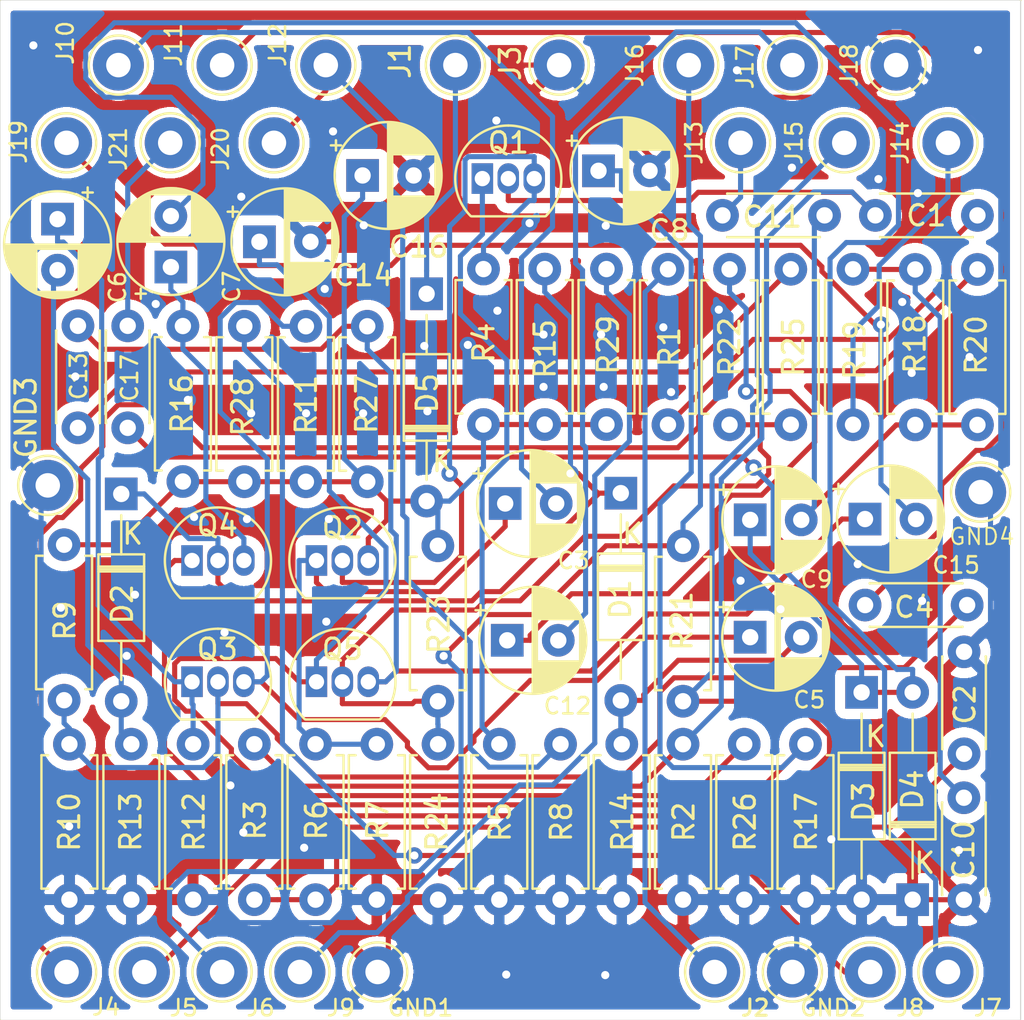
<source format=kicad_pcb>
(kicad_pcb (version 20171130) (host pcbnew "(5.1.5-0-10_14)")
  (layers (0 F.Cu signal) (31 B.Cu signal) (34 B.Paste user hide) (35 F.Paste user hide) (36 B.SilkS user hide) (37 F.SilkS user hide) (38 B.Mask user hide) (39 F.Mask user hide) (44 Edge.Cuts user hide))
  (net 0 "")
  (net 1 "Net-(C1-Pad1)")
  (net 2 "Net-(C1-Pad2)")
  (net 3 "Net-(C2-Pad1)")
  (net 4 GND)
  (net 5 "Net-(C3-Pad1)")
  (net 6 "Net-(C3-Pad2)")
  (net 7 "Net-(C4-Pad1)")
  (net 8 "Net-(C4-Pad2)")
  (net 9 "Net-(C5-Pad2)")
  (net 10 "Net-(C5-Pad1)")
  (net 11 "Net-(C6-Pad2)")
  (net 12 "Net-(C6-Pad1)")
  (net 13 "Net-(C7-Pad1)")
  (net 14 "Net-(C7-Pad2)")
  (net 15 "Net-(C8-Pad1)")
  (net 16 "Net-(C11-Pad1)")
  (net 17 "Net-(C10-Pad1)")
  (net 18 "Net-(C11-Pad2)")
  (net 19 "Net-(C12-Pad2)")
  (net 20 "Net-(C12-Pad1)")
  (net 21 "Net-(C13-Pad2)")
  (net 22 "Net-(C13-Pad1)")
  (net 23 "Net-(C14-Pad1)")
  (net 24 "Net-(C15-Pad2)")
  (net 25 "Net-(C16-Pad1)")
  (net 26 "Net-(C17-Pad2)")
  (net 27 "Net-(C17-Pad1)")
  (net 28 "Net-(D1-Pad1)")
  (net 29 "Net-(D5-Pad1)")
  (net 30 "Net-(J2-Pad1)")
  (net 31 "Net-(J4-Pad1)")
  (net 32 "Net-(J15-Pad1)")
  (net 33 "Net-(J16-Pad1)")
  (net 34 "Net-(J8-Pad1)")
  (net 35 "Net-(J9-Pad1)")
  (net 36 "Net-(J12-Pad1)")
  (net 37 "Net-(J14-Pad1)")
  (net 38 "Net-(Q1-Pad1)")
  (net 39 "Net-(Q1-Pad3)")
  (net 40 "Net-(Q5-Pad2)")
  (module Diode_THT:D_DO-35_SOD27_P10.16mm_Horizontal (layer F.Cu) (at 65.9 134.4 270)
    (fp_text reference D5 (at 4.87 -0.03 270) (layer F.SilkS))
    (fp_text value 1N5817)
    (fp_text user K (at 8.21 -0.77 180) (layer F.SilkS))
    (pad 2 thru_hole oval (at 10.16 0 270) (size 1.6 1.6) (drill 0.8) (layers *.Cu *.Mask) (net 25 "Net-(C16-Pad1)"))
    (pad 1 thru_hole rect (at 0 0 270) (size 1.6 1.6) (drill 0.8) (layers *.Cu *.Mask) (net 29 "Net-(D5-Pad1)"))
  )
  (module Capacitor_THT:CP_Radial_D5.0mm_P2.50mm (layer F.Cu) (at 53.37 133.09 90)
    (fp_text reference C7 (at -0.96 2.98 90) (layer F.SilkS) (effects (font (size 0.8 0.8) (thickness 0.125))))
    (fp_text value 10uF)
    (pad 2 thru_hole circle (at 2.5 0 90) (size 1.6 1.6) (drill 0.8) (layers *.Cu *.Mask) (net 14 "Net-(C7-Pad2)"))
    (pad 1 thru_hole rect (at 0 0 90) (size 1.6 1.6) (drill 0.8) (layers *.Cu *.Mask) (net 13 "Net-(C7-Pad1)"))
  )
  (module Capacitor_THT:CP_Radial_D5.0mm_P2.50mm (layer F.Cu) (at 74.3204 128.372)
    (fp_text reference C8 (at 3.4796 2.928) (layer F.SilkS))
    (fp_text value 10uF)
    (pad 2 thru_hole circle (at 2.5 0) (size 1.6 1.6) (drill 0.8) (layers *.Cu *.Mask) (net 4 GND))
    (pad 1 thru_hole rect (at 0 0) (size 1.6 1.6) (drill 0.8) (layers *.Cu *.Mask) (net 15 "Net-(C8-Pad1)"))
  )
  (module Capacitor_THT:CP_Radial_D5.0mm_P2.50mm (layer F.Cu) (at 81.7524 145.481)
    (fp_text reference C9 (at 3.2476 2.919) (layer F.SilkS) (effects (font (size 0.8 0.8) (thickness 0.125))))
    (fp_text value 10uF)
    (pad 1 thru_hole rect (at 0 0) (size 1.6 1.6) (drill 0.8) (layers *.Cu *.Mask) (net 14 "Net-(C7-Pad2)"))
    (pad 2 thru_hole circle (at 2.5 0) (size 1.6 1.6) (drill 0.8) (layers *.Cu *.Mask) (net 16 "Net-(C11-Pad1)"))
  )
  (module Capacitor_THT:CP_Radial_D5.0mm_P2.50mm (layer F.Cu) (at 69.85 151.384)
    (fp_text reference C12 (at 2.95 3.216) (layer F.SilkS) (effects (font (size 0.8 0.8) (thickness 0.125))))
    (fp_text value 10uF)
    (pad 2 thru_hole circle (at 2.5 0) (size 1.6 1.6) (drill 0.8) (layers *.Cu *.Mask) (net 19 "Net-(C12-Pad2)"))
    (pad 1 thru_hole rect (at 0 0) (size 1.6 1.6) (drill 0.8) (layers *.Cu *.Mask) (net 20 "Net-(C12-Pad1)"))
  )
  (module Capacitor_THT:CP_Radial_D5.0mm_P2.50mm (layer F.Cu) (at 57.7088 131.851)
    (fp_text reference C14 (at 5.0912 1.649) (layer F.SilkS))
    (fp_text value 10uF)
    (pad 1 thru_hole rect (at 0 0) (size 1.6 1.6) (drill 0.8) (layers *.Cu *.Mask) (net 23 "Net-(C14-Pad1)"))
    (pad 2 thru_hole circle (at 2.5 0) (size 1.6 1.6) (drill 0.8) (layers *.Cu *.Mask) (net 4 GND))
  )
  (module Capacitor_THT:CP_Radial_D5.0mm_P2.50mm (layer F.Cu) (at 87.376 145.44)
    (fp_text reference C15 (at 4.464 2.26) (layer F.SilkS) (effects (font (size 0.8 0.8) (thickness 0.125))))
    (fp_text value 10uF)
    (pad 1 thru_hole rect (at 0 0) (size 1.6 1.6) (drill 0.8) (layers *.Cu *.Mask) (net 21 "Net-(C13-Pad2)"))
    (pad 2 thru_hole circle (at 2.5 0) (size 1.6 1.6) (drill 0.8) (layers *.Cu *.Mask) (net 24 "Net-(C15-Pad2)"))
  )
  (module Capacitor_THT:CP_Radial_D5.0mm_P2.50mm (layer F.Cu) (at 62.7634 128.6)
    (fp_text reference C16 (at 2.7366 3.5) (layer F.SilkS))
    (fp_text value 10uF)
    (pad 2 thru_hole circle (at 2.5 0) (size 1.6 1.6) (drill 0.8) (layers *.Cu *.Mask) (net 4 GND))
    (pad 1 thru_hole rect (at 0 0) (size 1.6 1.6) (drill 0.8) (layers *.Cu *.Mask) (net 25 "Net-(C16-Pad1)"))
  )
  (module Diode_THT:D_DO-35_SOD27_P10.16mm_Horizontal (layer F.Cu) (at 75.4126 144.17 270)
    (fp_text reference D1 (at 5.2 0.025 90) (layer F.SilkS))
    (fp_text value 1N34A)
    (fp_text user K (at 2 -0.575) (layer F.SilkS))
    (pad 1 thru_hole rect (at 0 0 270) (size 1.6 1.6) (drill 0.8) (layers *.Cu *.Mask) (net 28 "Net-(D1-Pad1)"))
    (pad 2 thru_hole oval (at 10.16 0 270) (size 1.6 1.6) (drill 0.8) (layers *.Cu *.Mask) (net 9 "Net-(C5-Pad2)"))
  )
  (module Diode_THT:D_DO-35_SOD27_P10.16mm_Horizontal (layer F.Cu) (at 50.94 144.21 270)
    (fp_text reference D2 (at 5.4 -0.05 90) (layer F.SilkS))
    (fp_text value 1N34A)
    (fp_text user K (at 1.96 -0.56 180) (layer F.SilkS))
    (pad 2 thru_hole oval (at 10.16 0 270) (size 1.6 1.6) (drill 0.8) (layers *.Cu *.Mask) (net 11 "Net-(C6-Pad2)"))
    (pad 1 thru_hole rect (at 0 0 270) (size 1.6 1.6) (drill 0.8) (layers *.Cu *.Mask) (net 28 "Net-(D1-Pad1)"))
  )
  (module Diode_THT:D_DO-35_SOD27_P10.16mm_Horizontal (layer F.Cu) (at 87.21 153.936 270)
    (fp_text reference D3 (at 5.364 -0.09 90) (layer F.SilkS))
    (fp_text value 1N34A)
    (fp_text user K (at 2.164 -0.69 180) (layer F.SilkS))
    (pad 1 thru_hole rect (at 0 0 270) (size 1.6 1.6) (drill 0.8) (layers *.Cu *.Mask) (net 14 "Net-(C7-Pad2)"))
    (pad 2 thru_hole oval (at 10.16 0 270) (size 1.6 1.6) (drill 0.8) (layers *.Cu *.Mask) (net 4 GND))
  )
  (module Diode_THT:D_DO-35_SOD27_P10.16mm_Horizontal (layer F.Cu) (at 89.71 164.096 90)
    (fp_text reference D4 (at 5.396 -0.01 90) (layer F.SilkS))
    (fp_text value 1N34A)
    (fp_text user K (at 1.796 0.59 180) (layer F.SilkS))
    (pad 1 thru_hole rect (at 0 0 90) (size 1.6 1.6) (drill 0.8) (layers *.Cu *.Mask) (net 4 GND))
    (pad 2 thru_hole oval (at 10.16 0 90) (size 1.6 1.6) (drill 0.8) (layers *.Cu *.Mask) (net 14 "Net-(C7-Pad2)"))
  )
  (module Package_TO_SOT_THT:TO-92_Inline (layer F.Cu) (at 68.6308 128.753)
    (fp_text reference Q1 (at 1.27 -1.753) (layer F.SilkS))
    (fp_text value 2N5088)
    (pad 2 thru_hole oval (at 1.27 0) (size 1.05 1.5) (drill 0.75) (layers *.Cu *.Mask) (net 1 "Net-(C1-Pad1)"))
    (pad 3 thru_hole oval (at 2.54 0) (size 1.05 1.5) (drill 0.75) (layers *.Cu *.Mask) (net 39 "Net-(Q1-Pad3)"))
    (pad 1 thru_hole rect (at 0 0) (size 1.05 1.5) (drill 0.75) (layers *.Cu *.Mask) (net 38 "Net-(Q1-Pad1)"))
  )
  (module Package_TO_SOT_THT:TO-92_Inline (layer F.Cu) (at 60.5028 147.472)
    (fp_text reference Q2 (at 1.27 -1.61) (layer F.SilkS))
    (fp_text value 2N5088)
    (pad 2 thru_hole oval (at 1.27 0) (size 1.05 1.5) (drill 0.75) (layers *.Cu *.Mask) (net 39 "Net-(Q1-Pad3)"))
    (pad 3 thru_hole oval (at 2.54 0) (size 1.05 1.5) (drill 0.75) (layers *.Cu *.Mask) (net 25 "Net-(C16-Pad1)"))
    (pad 1 thru_hole rect (at 0 0) (size 1.05 1.5) (drill 0.75) (layers *.Cu *.Mask) (net 5 "Net-(C3-Pad1)"))
  )
  (module Package_TO_SOT_THT:TO-92_Inline (layer F.Cu) (at 54.4068 153.416)
    (fp_text reference Q3 (at 1.24 -1.6) (layer F.SilkS))
    (fp_text value 2N5088)
    (pad 2 thru_hole oval (at 1.27 0) (size 1.05 1.5) (drill 0.75) (layers *.Cu *.Mask) (net 7 "Net-(C4-Pad1)"))
    (pad 3 thru_hole oval (at 2.54 0) (size 1.05 1.5) (drill 0.75) (layers *.Cu *.Mask) (net 10 "Net-(C5-Pad1)"))
    (pad 1 thru_hole rect (at 0 0) (size 1.05 1.5) (drill 0.75) (layers *.Cu *.Mask) (net 12 "Net-(C6-Pad1)"))
  )
  (module Package_TO_SOT_THT:TO-92_Inline (layer F.Cu) (at 54.4068 147.472)
    (fp_text reference Q4 (at 1.24 -1.71) (layer F.SilkS))
    (fp_text value 2N5088)
    (pad 1 thru_hole rect (at 0 0) (size 1.05 1.5) (drill 0.75) (layers *.Cu *.Mask) (net 15 "Net-(C8-Pad1)"))
    (pad 3 thru_hole oval (at 2.54 0) (size 1.05 1.5) (drill 0.75) (layers *.Cu *.Mask) (net 13 "Net-(C7-Pad1)"))
    (pad 2 thru_hole oval (at 1.27 0) (size 1.05 1.5) (drill 0.75) (layers *.Cu *.Mask) (net 28 "Net-(D1-Pad1)"))
  )
  (module Package_TO_SOT_THT:TO-92_Inline (layer F.Cu) (at 60.5028 153.416)
    (fp_text reference Q5 (at 1.27 -1.6) (layer F.SilkS))
    (fp_text value 2N5088)
    (pad 1 thru_hole rect (at 0 0) (size 1.05 1.5) (drill 0.75) (layers *.Cu *.Mask) (net 23 "Net-(C14-Pad1)"))
    (pad 3 thru_hole oval (at 2.54 0) (size 1.05 1.5) (drill 0.75) (layers *.Cu *.Mask) (net 21 "Net-(C13-Pad2)"))
    (pad 2 thru_hole oval (at 1.27 0) (size 1.05 1.5) (drill 0.75) (layers *.Cu *.Mask) (net 40 "Net-(Q5-Pad2)"))
  )
  (module Resistor_THT:R_Axial_DIN0207_L6.3mm_D2.5mm_P7.62mm_Horizontal (layer F.Cu) (at 77.724 133.198 270)
    (fp_text reference R1 (at 3.81 -0.076 90) (layer F.SilkS))
    (fp_text value 15k)
    (pad 2 thru_hole oval (at 7.62 0 270) (size 1.6 1.6) (drill 0.8) (layers *.Cu *.Mask) (net 2 "Net-(C1-Pad2)"))
    (pad 1 thru_hole circle (at 0 0 270) (size 1.6 1.6) (drill 0.8) (layers *.Cu *.Mask) (net 30 "Net-(J2-Pad1)"))
  )
  (module Resistor_THT:R_Axial_DIN0207_L6.3mm_D2.5mm_P7.62mm_Horizontal (layer F.Cu) (at 78.46 156.476 270)
    (fp_text reference R2 (at 3.81 -0.04 90) (layer F.SilkS))
    (fp_text value 150k)
    (pad 1 thru_hole circle (at 0 0 270) (size 1.6 1.6) (drill 0.8) (layers *.Cu *.Mask) (net 1 "Net-(C1-Pad1)"))
    (pad 2 thru_hole oval (at 7.62 0 270) (size 1.6 1.6) (drill 0.8) (layers *.Cu *.Mask) (net 4 GND))
  )
  (module Resistor_THT:R_Axial_DIN0207_L6.3mm_D2.5mm_P7.62mm_Horizontal (layer F.Cu) (at 57.46 156.476 270)
    (fp_text reference R3 (at 3.724 -0.04 90) (layer F.SilkS))
    (fp_text value 560k)
    (pad 2 thru_hole oval (at 7.62 0 270) (size 1.6 1.6) (drill 0.8) (layers *.Cu *.Mask) (net 3 "Net-(C2-Pad1)"))
    (pad 1 thru_hole circle (at 0 0 270) (size 1.6 1.6) (drill 0.8) (layers *.Cu *.Mask) (net 1 "Net-(C1-Pad1)"))
  )
  (module Resistor_THT:R_Axial_DIN0207_L6.3mm_D2.5mm_P7.62mm_Horizontal (layer F.Cu) (at 68.686 140.808 90)
    (fp_text reference R4 (at 4.008 0.014 90) (layer F.SilkS))
    (fp_text value 47k)
    (pad 1 thru_hole circle (at 0 0 90) (size 1.6 1.6) (drill 0.8) (layers *.Cu *.Mask) (net 25 "Net-(C16-Pad1)"))
    (pad 2 thru_hole oval (at 7.62 0 90) (size 1.6 1.6) (drill 0.8) (layers *.Cu *.Mask) (net 39 "Net-(Q1-Pad3)"))
  )
  (module Resistor_THT:R_Axial_DIN0207_L6.3mm_D2.5mm_P7.62mm_Horizontal (layer F.Cu) (at 69.46 156.476 270)
    (fp_text reference R5 (at 3.81 -0.04 90) (layer F.SilkS))
    (fp_text value 1k5)
    (pad 2 thru_hole oval (at 7.62 0 270) (size 1.6 1.6) (drill 0.8) (layers *.Cu *.Mask) (net 4 GND))
    (pad 1 thru_hole circle (at 0 0 270) (size 1.6 1.6) (drill 0.8) (layers *.Cu *.Mask) (net 38 "Net-(Q1-Pad1)"))
  )
  (module Resistor_THT:R_Axial_DIN0207_L6.3mm_D2.5mm_P7.62mm_Horizontal (layer F.Cu) (at 60.46 156.476 270)
    (fp_text reference R6 (at 3.724 -0.04 90) (layer F.SilkS))
    (fp_text value 120k)
    (pad 1 thru_hole circle (at 0 0 270) (size 1.6 1.6) (drill 0.8) (layers *.Cu *.Mask) (net 5 "Net-(C3-Pad1)"))
    (pad 2 thru_hole oval (at 7.62 0 270) (size 1.6 1.6) (drill 0.8) (layers *.Cu *.Mask) (net 3 "Net-(C2-Pad1)"))
  )
  (module Resistor_THT:R_Axial_DIN0207_L6.3mm_D2.5mm_P7.62mm_Horizontal (layer F.Cu) (at 63.46 156.476 270)
    (fp_text reference R7 (at 3.724 -0.04 90) (layer F.SilkS))
    (fp_text value 10k)
    (pad 1 thru_hole circle (at 0 0 270) (size 1.6 1.6) (drill 0.8) (layers *.Cu *.Mask) (net 5 "Net-(C3-Pad1)"))
    (pad 2 thru_hole oval (at 7.62 0 270) (size 1.6 1.6) (drill 0.8) (layers *.Cu *.Mask) (net 4 GND))
  )
  (module Resistor_THT:R_Axial_DIN0207_L6.3mm_D2.5mm_P7.62mm_Horizontal (layer F.Cu) (at 72.46 156.476 270)
    (fp_text reference R8 (at 3.81 -0.04 90) (layer F.SilkS))
    (fp_text value 680)
    (pad 2 thru_hole oval (at 7.62 0 270) (size 1.6 1.6) (drill 0.8) (layers *.Cu *.Mask) (net 4 GND))
    (pad 1 thru_hole circle (at 0 0 270) (size 1.6 1.6) (drill 0.8) (layers *.Cu *.Mask) (net 36 "Net-(J12-Pad1)"))
  )
  (module Resistor_THT:R_Axial_DIN0207_L6.3mm_D2.5mm_P7.62mm_Horizontal (layer F.Cu) (at 48.14 146.7 270)
    (fp_text reference R9 (at 3.715 -0.04 90) (layer F.SilkS))
    (fp_text value 220k)
    (pad 2 thru_hole oval (at 7.62 0 270) (size 1.6 1.6) (drill 0.8) (layers *.Cu *.Mask) (net 7 "Net-(C4-Pad1)"))
    (pad 1 thru_hole circle (at 0 0 270) (size 1.6 1.6) (drill 0.8) (layers *.Cu *.Mask) (net 25 "Net-(C16-Pad1)"))
  )
  (module Resistor_THT:R_Axial_DIN0207_L6.3mm_D2.5mm_P7.62mm_Horizontal (layer F.Cu) (at 48.4 156.476 270)
    (fp_text reference R10 (at 3.81 0 90) (layer F.SilkS))
    (fp_text value 150k)
    (pad 1 thru_hole circle (at 0 0 270) (size 1.6 1.6) (drill 0.8) (layers *.Cu *.Mask) (net 7 "Net-(C4-Pad1)"))
    (pad 2 thru_hole oval (at 7.62 0 270) (size 1.6 1.6) (drill 0.8) (layers *.Cu *.Mask) (net 4 GND))
  )
  (module Resistor_THT:R_Axial_DIN0207_L6.3mm_D2.5mm_P7.62mm_Horizontal (layer F.Cu) (at 59.986 143.612 90)
    (fp_text reference R11 (at 3.775 0.014 90) (layer F.SilkS))
    (fp_text value 8k2)
    (pad 2 thru_hole oval (at 7.62 0 90) (size 1.6 1.6) (drill 0.8) (layers *.Cu *.Mask) (net 10 "Net-(C5-Pad1)"))
    (pad 1 thru_hole circle (at 0 0 90) (size 1.6 1.6) (drill 0.8) (layers *.Cu *.Mask) (net 25 "Net-(C16-Pad1)"))
  )
  (module Resistor_THT:R_Axial_DIN0207_L6.3mm_D2.5mm_P7.62mm_Horizontal (layer F.Cu) (at 54.46 156.476 270)
    (fp_text reference R12 (at 3.81 -0.04 90) (layer F.SilkS))
    (fp_text value 8k2)
    (pad 2 thru_hole oval (at 7.62 0 270) (size 1.6 1.6) (drill 0.8) (layers *.Cu *.Mask) (net 4 GND))
    (pad 1 thru_hole circle (at 0 0 270) (size 1.6 1.6) (drill 0.8) (layers *.Cu *.Mask) (net 12 "Net-(C6-Pad1)"))
  )
  (module Resistor_THT:R_Axial_DIN0207_L6.3mm_D2.5mm_P7.62mm_Horizontal (layer F.Cu) (at 51.435 156.476 270)
    (fp_text reference R13 (at 3.81 0.035 90) (layer F.SilkS))
    (fp_text value 27k)
    (pad 2 thru_hole oval (at 7.62 0 270) (size 1.6 1.6) (drill 0.8) (layers *.Cu *.Mask) (net 4 GND))
    (pad 1 thru_hole circle (at 0 0 270) (size 1.6 1.6) (drill 0.8) (layers *.Cu *.Mask) (net 11 "Net-(C6-Pad2)"))
  )
  (module Resistor_THT:R_Axial_DIN0207_L6.3mm_D2.5mm_P7.62mm_Horizontal (layer F.Cu) (at 75.46 156.476 270)
    (fp_text reference R14 (at 3.81 -0.04 90) (layer F.SilkS))
    (fp_text value 27k)
    (pad 2 thru_hole oval (at 7.62 0 270) (size 1.6 1.6) (drill 0.8) (layers *.Cu *.Mask) (net 4 GND))
    (pad 1 thru_hole circle (at 0 0 270) (size 1.6 1.6) (drill 0.8) (layers *.Cu *.Mask) (net 9 "Net-(C5-Pad2)"))
  )
  (module Resistor_THT:R_Axial_DIN0207_L6.3mm_D2.5mm_P7.62mm_Horizontal (layer F.Cu) (at 71.686 140.808 90)
    (fp_text reference R15 (at 3.708 0.014 90) (layer F.SilkS))
    (fp_text value 100k)
    (pad 1 thru_hole circle (at 0 0 90) (size 1.6 1.6) (drill 0.8) (layers *.Cu *.Mask) (net 25 "Net-(C16-Pad1)"))
    (pad 2 thru_hole oval (at 7.62 0 90) (size 1.6 1.6) (drill 0.8) (layers *.Cu *.Mask) (net 28 "Net-(D1-Pad1)"))
  )
  (module Resistor_THT:R_Axial_DIN0207_L6.3mm_D2.5mm_P7.62mm_Horizontal (layer F.Cu) (at 53.96 143.6 90)
    (fp_text reference R16 (at 3.81 -0.05 90) (layer F.SilkS))
    (fp_text value 10k)
    (pad 1 thru_hole circle (at 0 0 90) (size 1.6 1.6) (drill 0.8) (layers *.Cu *.Mask) (net 25 "Net-(C16-Pad1)"))
    (pad 2 thru_hole oval (at 7.62 0 90) (size 1.6 1.6) (drill 0.8) (layers *.Cu *.Mask) (net 13 "Net-(C7-Pad1)"))
  )
  (module Resistor_THT:R_Axial_DIN0207_L6.3mm_D2.5mm_P7.62mm_Horizontal (layer F.Cu) (at 84.46 156.476 270)
    (fp_text reference R17 (at 3.81 -0.04 90) (layer F.SilkS))
    (fp_text value 820)
    (pad 1 thru_hole circle (at 0 0 270) (size 1.6 1.6) (drill 0.8) (layers *.Cu *.Mask) (net 15 "Net-(C8-Pad1)"))
    (pad 2 thru_hole oval (at 7.62 0 270) (size 1.6 1.6) (drill 0.8) (layers *.Cu *.Mask) (net 4 GND))
  )
  (module Resistor_THT:R_Axial_DIN0207_L6.3mm_D2.5mm_P7.62mm_Horizontal (layer F.Cu) (at 89.8368 140.827 90)
    (fp_text reference R18 (at 3.967 -0.0168 90) (layer F.SilkS))
    (fp_text value 27k)
    (pad 2 thru_hole oval (at 7.62 0 90) (size 1.6 1.6) (drill 0.8) (layers *.Cu *.Mask) (net 17 "Net-(C10-Pad1)"))
    (pad 1 thru_hole circle (at 0 0 90) (size 1.6 1.6) (drill 0.8) (layers *.Cu *.Mask) (net 16 "Net-(C11-Pad1)"))
  )
  (module Resistor_THT:R_Axial_DIN0207_L6.3mm_D2.5mm_P7.62mm_Horizontal (layer F.Cu) (at 86.7888 140.817 90)
    (fp_text reference R19 (at 3.657 0.0812 90) (layer F.SilkS))
    (fp_text value 3k9)
    (pad 1 thru_hole circle (at 0 0 90) (size 1.6 1.6) (drill 0.8) (layers *.Cu *.Mask) (net 37 "Net-(J14-Pad1)"))
    (pad 2 thru_hole oval (at 7.62 0 90) (size 1.6 1.6) (drill 0.8) (layers *.Cu *.Mask) (net 17 "Net-(C10-Pad1)"))
  )
  (module Resistor_THT:R_Axial_DIN0207_L6.3mm_D2.5mm_P7.62mm_Horizontal (layer F.Cu) (at 92.8848 140.827 90)
    (fp_text reference R20 (at 3.92 -0.0648 90) (layer F.SilkS))
    (fp_text value 47k)
    (pad 1 thru_hole circle (at 0 0 90) (size 1.6 1.6) (drill 0.8) (layers *.Cu *.Mask) (net 16 "Net-(C11-Pad1)"))
    (pad 2 thru_hole oval (at 7.62 0 90) (size 1.6 1.6) (drill 0.8) (layers *.Cu *.Mask) (net 31 "Net-(J4-Pad1)"))
  )
  (module Resistor_THT:R_Axial_DIN0207_L6.3mm_D2.5mm_P7.62mm_Horizontal (layer F.Cu) (at 78.46 154.37 90)
    (fp_text reference R21 (at 3.9344 -0.056 90) (layer F.SilkS))
    (fp_text value 100k)
    (pad 2 thru_hole oval (at 7.62 0 90) (size 1.6 1.6) (drill 0.8) (layers *.Cu *.Mask) (net 33 "Net-(J16-Pad1)"))
    (pad 1 thru_hole circle (at 0 0 90) (size 1.6 1.6) (drill 0.8) (layers *.Cu *.Mask) (net 32 "Net-(J15-Pad1)"))
  )
  (module Resistor_THT:R_Axial_DIN0207_L6.3mm_D2.5mm_P7.62mm_Horizontal (layer F.Cu) (at 80.74 140.82 90)
    (fp_text reference R22 (at 3.819 0.0026 90) (layer F.SilkS))
    (fp_text value 10k)
    (pad 1 thru_hole circle (at 0 0 90) (size 1.6 1.6) (drill 0.8) (layers *.Cu *.Mask) (net 40 "Net-(Q5-Pad2)"))
    (pad 2 thru_hole oval (at 7.62 0 90) (size 1.6 1.6) (drill 0.8) (layers *.Cu *.Mask) (net 20 "Net-(C12-Pad1)"))
  )
  (module Resistor_THT:R_Axial_DIN0207_L6.3mm_D2.5mm_P7.62mm_Horizontal (layer F.Cu) (at 66.45 146.75 270)
    (fp_text reference R23 (at 3.85 -0.05 90) (layer F.SilkS))
    (fp_text value 150k)
    (pad 2 thru_hole oval (at 7.62 0 270) (size 1.6 1.6) (drill 0.8) (layers *.Cu *.Mask) (net 40 "Net-(Q5-Pad2)"))
    (pad 1 thru_hole circle (at 0 0 270) (size 1.6 1.6) (drill 0.8) (layers *.Cu *.Mask) (net 25 "Net-(C16-Pad1)"))
  )
  (module Resistor_THT:R_Axial_DIN0207_L6.3mm_D2.5mm_P7.62mm_Horizontal (layer F.Cu) (at 66.46 156.476 270)
    (fp_text reference R24 (at 3.81 0.06 90) (layer F.SilkS))
    (fp_text value 18k)
    (pad 1 thru_hole circle (at 0 0 270) (size 1.6 1.6) (drill 0.8) (layers *.Cu *.Mask) (net 40 "Net-(Q5-Pad2)"))
    (pad 2 thru_hole oval (at 7.62 0 270) (size 1.6 1.6) (drill 0.8) (layers *.Cu *.Mask) (net 4 GND))
  )
  (module Resistor_THT:R_Axial_DIN0207_L6.3mm_D2.5mm_P7.62mm_Horizontal (layer F.Cu) (at 83.7408 133.197 270)
    (fp_text reference R25 (at 3.81 -0.1292 90) (layer F.SilkS))
    (fp_text value 3k9)
    (pad 1 thru_hole circle (at 0 0 270) (size 1.6 1.6) (drill 0.8) (layers *.Cu *.Mask) (net 22 "Net-(C13-Pad1)"))
    (pad 2 thru_hole oval (at 7.62 0 270) (size 1.6 1.6) (drill 0.8) (layers *.Cu *.Mask) (net 40 "Net-(Q5-Pad2)"))
  )
  (module Resistor_THT:R_Axial_DIN0207_L6.3mm_D2.5mm_P7.62mm_Horizontal (layer F.Cu) (at 81.46 156.476 270)
    (fp_text reference R26 (at 3.81 -0.04 90) (layer F.SilkS))
    (fp_text value 820)
    (pad 2 thru_hole oval (at 7.62 0 270) (size 1.6 1.6) (drill 0.8) (layers *.Cu *.Mask) (net 4 GND))
    (pad 1 thru_hole circle (at 0 0 270) (size 1.6 1.6) (drill 0.8) (layers *.Cu *.Mask) (net 23 "Net-(C14-Pad1)"))
  )
  (module Resistor_THT:R_Axial_DIN0207_L6.3mm_D2.5mm_P7.62mm_Horizontal (layer F.Cu) (at 62.992 143.612 90)
    (fp_text reference R27 (at 3.8 -0.036 90) (layer F.SilkS))
    (fp_text value 10k)
    (pad 1 thru_hole circle (at 0 0 90) (size 1.6 1.6) (drill 0.8) (layers *.Cu *.Mask) (net 25 "Net-(C16-Pad1)"))
    (pad 2 thru_hole oval (at 7.62 0 90) (size 1.6 1.6) (drill 0.8) (layers *.Cu *.Mask) (net 21 "Net-(C13-Pad2)"))
  )
  (module Resistor_THT:R_Axial_DIN0207_L6.3mm_D2.5mm_P7.62mm_Horizontal (layer F.Cu) (at 56.97 143.61 90)
    (fp_text reference R28 (at 3.675 -0.086 90) (layer F.SilkS))
    (fp_text value 4k7)
    (pad 2 thru_hole oval (at 7.62 0 90) (size 1.6 1.6) (drill 0.8) (layers *.Cu *.Mask) (net 34 "Net-(J8-Pad1)"))
    (pad 1 thru_hole circle (at 0 0 90) (size 1.6 1.6) (drill 0.8) (layers *.Cu *.Mask) (net 25 "Net-(C16-Pad1)"))
  )
  (module Resistor_THT:R_Axial_DIN0207_L6.3mm_D2.5mm_P7.62mm_Horizontal (layer F.Cu) (at 74.711 140.808 90)
    (fp_text reference R29 (at 3.908 0.089 90) (layer F.SilkS))
    (fp_text value 4k7)
    (pad 1 thru_hole circle (at 0 0 90) (size 1.6 1.6) (drill 0.8) (layers *.Cu *.Mask) (net 25 "Net-(C16-Pad1)"))
    (pad 2 thru_hole oval (at 7.62 0 90) (size 1.6 1.6) (drill 0.8) (layers *.Cu *.Mask) (net 35 "Net-(J9-Pad1)"))
  )
  (module TestPoint:TestPoint_THTPad_D2.5mm_Drill1.2mm (layer F.Cu) (at 63.5 167.64)
    (fp_text reference GND1 (at 2.1 1.76) (layer F.SilkS) (effects (font (size 0.8 0.8) (thickness 0.125))))
    (fp_text value TestPoint)
    (pad 1 thru_hole circle (at 0 0) (size 2.5 2.5) (drill 1.2) (layers *.Cu *.Mask) (net 4 GND))
  )
  (module TestPoint:TestPoint_THTPad_D2.5mm_Drill1.2mm (layer F.Cu) (at 83.82 167.64)
    (fp_text reference GND2 (at 1.98 1.76) (layer F.SilkS) (effects (font (size 0.8 0.8) (thickness 0.125))))
    (fp_text value TestPoint)
    (pad 1 thru_hole circle (at 0 0) (size 2.5 2.5) (drill 1.2) (layers *.Cu *.Mask) (net 4 GND))
  )
  (module TestPoint:TestPoint_THTPad_D2.5mm_Drill1.2mm (layer F.Cu) (at 47.34 143.79)
    (fp_text reference GND3 (at -1.07 -3.33 90) (layer F.SilkS))
    (fp_text value TestPoint)
    (pad 1 thru_hole circle (at 0 0) (size 2.5 2.5) (drill 1.2) (layers *.Cu *.Mask) (net 4 GND))
  )
  (module TestPoint:TestPoint_THTPad_D2.5mm_Drill1.2mm (layer F.Cu) (at 93.0402 144.12)
    (fp_text reference GND4 (at 0.0598 2.18) (layer F.SilkS) (effects (font (size 0.8 0.8) (thickness 0.1))))
    (fp_text value TestPoint)
    (pad 1 thru_hole circle (at 0 0) (size 2.5 2.5) (drill 1.2) (layers *.Cu *.Mask) (net 4 GND))
  )
  (module TestPoint:TestPoint_THTPad_D2.5mm_Drill1.2mm (layer F.Cu) (at 67.31 123.19)
    (fp_text reference J1 (at -2.71 -0.19 90) (layer F.SilkS))
    (fp_text value 9V)
    (pad 1 thru_hole circle (at 0 0) (size 2.5 2.5) (drill 1.2) (layers *.Cu *.Mask) (net 29 "Net-(D5-Pad1)"))
  )
  (module TestPoint:TestPoint_THTPad_D2.5mm_Drill1.2mm (layer F.Cu) (at 80.01 167.64)
    (fp_text reference J2 (at 1.99 1.76) (layer F.SilkS) (effects (font (size 0.8 0.8))))
    (fp_text value in)
    (pad 1 thru_hole circle (at 0 0) (size 2.5 2.5) (drill 1.2) (layers *.Cu *.Mask) (net 30 "Net-(J2-Pad1)"))
  )
  (module TestPoint:TestPoint_THTPad_D2.5mm_Drill1.2mm (layer F.Cu) (at 72.39 123.19)
    (fp_text reference J3 (at -2.39 -0.09 90) (layer F.SilkS))
    (fp_text value GND)
    (pad 1 thru_hole circle (at 0 0) (size 2.5 2.5) (drill 1.2) (layers *.Cu *.Mask) (net 4 GND))
  )
  (module TestPoint:TestPoint_THTPad_D2.5mm_Drill1.2mm (layer F.Cu) (at 48.26 167.64)
    (fp_text reference J4 (at 1.94 1.72) (layer F.SilkS) (effects (font (size 0.8 0.8) (thickness 0.125))))
    (fp_text value SW1)
    (pad 1 thru_hole circle (at 0 0) (size 2.5 2.5) (drill 1.2) (layers *.Cu *.Mask) (net 31 "Net-(J4-Pad1)"))
  )
  (module TestPoint:TestPoint_THTPad_D2.5mm_Drill1.2mm (layer F.Cu) (at 52.07 167.64)
    (fp_text reference J5 (at 1.93 1.76) (layer F.SilkS) (effects (font (size 0.8 0.8) (thickness 0.125))))
    (fp_text value SW2)
    (pad 1 thru_hole circle (at 0 0) (size 2.5 2.5) (drill 1.2) (layers *.Cu *.Mask) (net 32 "Net-(J15-Pad1)"))
  )
  (module TestPoint:TestPoint_THTPad_D2.5mm_Drill1.2mm (layer F.Cu) (at 55.88 167.64)
    (fp_text reference J6 (at 1.89 1.76) (layer F.SilkS) (effects (font (size 0.8 0.8) (thickness 0.125))))
    (fp_text value SW3)
    (pad 1 thru_hole circle (at 0 0) (size 2.5 2.5) (drill 1.2) (layers *.Cu *.Mask) (net 33 "Net-(J16-Pad1)"))
  )
  (module TestPoint:TestPoint_THTPad_D2.5mm_Drill1.2mm (layer F.Cu) (at 91.44 167.64)
    (fp_text reference J7 (at 1.96 1.76) (layer F.SilkS) (effects (font (size 0.8 0.8) (thickness 0.125))))
    (fp_text value outout)
    (pad 1 thru_hole circle (at 0 0) (size 2.5 2.5) (drill 1.2) (layers *.Cu *.Mask) (net 27 "Net-(C17-Pad1)"))
  )
  (module TestPoint:TestPoint_THTPad_D2.5mm_Drill1.2mm (layer F.Cu) (at 87.63 167.64)
    (fp_text reference J8 (at 1.97 1.76) (layer F.SilkS) (effects (font (size 0.8 0.8) (thickness 0.125))))
    (fp_text value LED1)
    (pad 1 thru_hole circle (at 0 0) (size 2.5 2.5) (drill 1.2) (layers *.Cu *.Mask) (net 34 "Net-(J8-Pad1)"))
  )
  (module TestPoint:TestPoint_THTPad_D2.5mm_Drill1.2mm (layer F.Cu) (at 59.69 167.64)
    (fp_text reference J9 (at 2.01 1.76) (layer F.SilkS) (effects (font (size 0.8 0.8) (thickness 0.125))))
    (fp_text value LED2)
    (pad 1 thru_hole circle (at 0 0) (size 2.5 2.5) (drill 1.2) (layers *.Cu *.Mask) (net 35 "Net-(J9-Pad1)"))
  )
  (module TestPoint:TestPoint_THTPad_D2.5mm_Drill1.2mm (layer F.Cu) (at 50.8 123.19)
    (fp_text reference J10 (at -2.6 -1.09 90) (layer F.SilkS) (effects (font (size 0.8 0.8) (thickness 0.125))))
    (fp_text value 10kASus1)
    (pad 1 thru_hole circle (at 0 0) (size 2.5 2.5) (drill 1.2) (layers *.Cu *.Mask) (net 6 "Net-(C3-Pad2)"))
  )
  (module TestPoint:TestPoint_THTPad_D2.5mm_Drill1.2mm (layer F.Cu) (at 55.88 123.19)
    (fp_text reference J11 (at -2.38 -0.99 90) (layer F.SilkS) (effects (font (size 0.8 0.8) (thickness 0.125))))
    (fp_text value 10kASus2)
    (pad 1 thru_hole circle (at 0 0) (size 2.5 2.5) (drill 1.2) (layers *.Cu *.Mask) (net 8 "Net-(C4-Pad2)"))
  )
  (module TestPoint:TestPoint_THTPad_D2.5mm_Drill1.2mm (layer F.Cu) (at 60.96 123.19)
    (fp_text reference J12 (at -2.36 -0.99 90) (layer F.SilkS) (effects (font (size 0.8 0.8) (thickness 0.125))))
    (fp_text value 10kASus3)
    (pad 1 thru_hole circle (at 0 0) (size 2.5 2.5) (drill 1.2) (layers *.Cu *.Mask) (net 36 "Net-(J12-Pad1)"))
  )
  (module TestPoint:TestPoint_THTPad_D2.5mm_Drill1.2mm (layer F.Cu) (at 81.28 127)
    (fp_text reference J13 (at -2.28 0 90) (layer F.SilkS) (effects (font (size 0.8 0.8) (thickness 0.125))))
    (fp_text value TONE25kB1)
    (pad 1 thru_hole circle (at 0 0) (size 2.5 2.5) (drill 1.2) (layers *.Cu *.Mask) (net 18 "Net-(C11-Pad2)"))
  )
  (module TestPoint:TestPoint_THTPad_D2.5mm_Drill1.2mm (layer F.Cu) (at 91.44 127)
    (fp_text reference J14 (at -2.34 0 90) (layer F.SilkS) (effects (font (size 0.8 0.8) (thickness 0.125))))
    (fp_text value TONE25kB3)
    (pad 1 thru_hole circle (at 0 0) (size 2.5 2.5) (drill 1.2) (layers *.Cu *.Mask) (net 37 "Net-(J14-Pad1)"))
  )
  (module TestPoint:TestPoint_THTPad_D2.5mm_Drill1.2mm (layer F.Cu) (at 86.36 127)
    (fp_text reference J15 (at -2.46 0 90) (layer F.SilkS) (effects (font (size 0.8 0.8) (thickness 0.125))))
    (fp_text value TONE25kB2)
    (pad 1 thru_hole circle (at 0 0) (size 2.5 2.5) (drill 1.2) (layers *.Cu *.Mask) (net 32 "Net-(J15-Pad1)"))
  )
  (module TestPoint:TestPoint_THTPad_D2.5mm_Drill1.2mm (layer F.Cu) (at 78.74 123.19)
    (fp_text reference J16 (at -2.64 0.01 90) (layer F.SilkS) (effects (font (size 0.8 0.8) (thickness 0.125))))
    (fp_text value LEVEL50kA1)
    (pad 1 thru_hole circle (at 0 0) (size 2.5 2.5) (drill 1.2) (layers *.Cu *.Mask) (net 33 "Net-(J16-Pad1)"))
  )
  (module TestPoint:TestPoint_THTPad_D2.5mm_Drill1.2mm (layer F.Cu) (at 83.82 123.19)
    (fp_text reference J17 (at -2.32 0.11 90) (layer F.SilkS) (effects (font (size 0.8 0.8) (thickness 0.125))))
    (fp_text value LEVEL50kA2)
    (pad 1 thru_hole circle (at 0 0) (size 2.5 2.5) (drill 1.2) (layers *.Cu *.Mask) (net 19 "Net-(C12-Pad2)"))
  )
  (module TestPoint:TestPoint_THTPad_D2.5mm_Drill1.2mm (layer F.Cu) (at 88.9 123.19)
    (fp_text reference J18 (at -2.3 0.01 90) (layer F.SilkS) (effects (font (size 0.8 0.8) (thickness 0.125))))
    (fp_text value LEVEL50kA3)
    (pad 1 thru_hole circle (at 0 0) (size 2.5 2.5) (drill 1.2) (layers *.Cu *.Mask) (net 4 GND))
  )
  (module TestPoint:TestPoint_THTPad_D2.5mm_Drill1.2mm (layer F.Cu) (at 48.26 127)
    (fp_text reference J19 (at -2.36 -0.05 90) (layer F.SilkS) (effects (font (size 0.8 0.8) (thickness 0.125))))
    (fp_text value BLEND100kB1)
    (pad 1 thru_hole circle (at 0 0) (size 2.5 2.5) (drill 1.2) (layers *.Cu *.Mask) (net 24 "Net-(C15-Pad2)"))
  )
  (module TestPoint:TestPoint_THTPad_D2.5mm_Drill1.2mm (layer F.Cu) (at 58.42 127)
    (fp_text reference J20 (at -2.62 0.3 90) (layer F.SilkS) (effects (font (size 0.8 0.8) (thickness 0.125))))
    (fp_text value BLEND100kB3)
    (pad 1 thru_hole circle (at 0 0) (size 2.5 2.5) (drill 1.2) (layers *.Cu *.Mask) (net 36 "Net-(J12-Pad1)"))
  )
  (module TestPoint:TestPoint_THTPad_D2.5mm_Drill1.2mm (layer F.Cu) (at 53.34 127)
    (fp_text reference J21 (at -2.54 0.3 90) (layer F.SilkS) (effects (font (size 0.8 0.8) (thickness 0.125))))
    (fp_text value BLEND100kB2)
    (pad 1 thru_hole circle (at 0 0) (size 2.5 2.5) (drill 1.2) (layers *.Cu *.Mask) (net 26 "Net-(C17-Pad2)"))
  )
  (module Capacitor_THT:C_Disc_D4.3mm_W1.9mm_P5.00mm (layer F.Cu) (at 87.884 130.556)
    (fp_text reference C1 (at 2.496 0.014) (layer F.SilkS))
    (fp_text value 1uF)
    (pad 1 thru_hole circle (at 0 0) (size 1.6 1.6) (drill 0.8) (layers *.Cu *.Mask) (net 1 "Net-(C1-Pad1)"))
    (pad 2 thru_hole circle (at 5 0) (size 1.6 1.6) (drill 0.8) (layers *.Cu *.Mask) (net 2 "Net-(C1-Pad2)"))
  )
  (module Capacitor_THT:C_Disc_D4.3mm_W1.9mm_P5.00mm (layer F.Cu) (at 92.2274 156.947 90)
    (fp_text reference C2 (at 2.4166 0.0426 90) (layer F.SilkS))
    (fp_text value 0.047uF)
    (pad 2 thru_hole circle (at 5 0 90) (size 1.6 1.6) (drill 0.8) (layers *.Cu *.Mask) (net 4 GND))
    (pad 1 thru_hole circle (at 0 0 90) (size 1.6 1.6) (drill 0.8) (layers *.Cu *.Mask) (net 3 "Net-(C2-Pad1)"))
  )
  (module Capacitor_THT:C_Disc_D4.3mm_W1.9mm_P5.00mm (layer F.Cu) (at 92.3798 149.657 180)
    (fp_text reference C4 (at 2.5998 -0.1032) (layer F.SilkS))
    (fp_text value 0.1uF)
    (pad 2 thru_hole circle (at 5 0 180) (size 1.6 1.6) (drill 0.8) (layers *.Cu *.Mask) (net 8 "Net-(C4-Pad2)"))
    (pad 1 thru_hole circle (at 0 0 180) (size 1.6 1.6) (drill 0.8) (layers *.Cu *.Mask) (net 7 "Net-(C4-Pad1)"))
  )
  (module Capacitor_THT:C_Disc_D4.3mm_W1.9mm_P5.00mm (layer F.Cu) (at 92.22 159.1 270)
    (fp_text reference C10 (at 2.56 0.01 90) (layer F.SilkS))
    (fp_text value 0.1uF)
    (pad 1 thru_hole circle (at 0 0 270) (size 1.6 1.6) (drill 0.8) (layers *.Cu *.Mask) (net 17 "Net-(C10-Pad1)"))
    (pad 2 thru_hole circle (at 5 0 270) (size 1.6 1.6) (drill 0.8) (layers *.Cu *.Mask) (net 4 GND))
  )
  (module Capacitor_THT:C_Disc_D4.3mm_W1.9mm_P5.00mm (layer F.Cu) (at 85.3948 130.556 180)
    (fp_text reference C11 (at 2.5648 -0.074) (layer F.SilkS))
    (fp_text value 0.003uF)
    (pad 2 thru_hole circle (at 5 0 180) (size 1.6 1.6) (drill 0.8) (layers *.Cu *.Mask) (net 18 "Net-(C11-Pad2)"))
    (pad 1 thru_hole circle (at 0 0 180) (size 1.6 1.6) (drill 0.8) (layers *.Cu *.Mask) (net 16 "Net-(C11-Pad1)"))
  )
  (module Capacitor_THT:C_Disc_D4.3mm_W1.9mm_P5.00mm (layer F.Cu) (at 48.8188 140.97 90)
    (fp_text reference C13 (at 2.53 0.0312 90) (layer F.SilkS) (effects (font (size 0.8 0.8) (thickness 0.125))))
    (fp_text value 0.001uF)
    (pad 1 thru_hole circle (at 0 0 90) (size 1.6 1.6) (drill 0.8) (layers *.Cu *.Mask) (net 22 "Net-(C13-Pad1)"))
    (pad 2 thru_hole circle (at 5 0 90) (size 1.6 1.6) (drill 0.8) (layers *.Cu *.Mask) (net 21 "Net-(C13-Pad2)"))
  )
  (module Capacitor_THT:C_Disc_D4.3mm_W1.9mm_P5.00mm (layer F.Cu) (at 51.2572 140.97 90)
    (fp_text reference C17 (at 2.45 0.0928 90) (layer F.SilkS) (effects (font (size 0.8 0.8) (thickness 0.125))))
    (fp_text value 1uF)
    (pad 1 thru_hole circle (at 0 0 90) (size 1.6 1.6) (drill 0.8) (layers *.Cu *.Mask) (net 27 "Net-(C17-Pad1)"))
    (pad 2 thru_hole circle (at 5 0 90) (size 1.6 1.6) (drill 0.8) (layers *.Cu *.Mask) (net 26 "Net-(C17-Pad2)"))
  )
  (module Capacitor_THT:CP_Radial_D5.0mm_P2.50mm (layer F.Cu) (at 69.7484 144.678)
    (fp_text reference C3 (at 3.35 2.804) (layer F.SilkS) (effects (font (size 0.8 0.8) (thickness 0.125))))
    (fp_text value 10uF)
    (pad 1 thru_hole rect (at 0 0) (size 1.6 1.6) (drill 0.8) (layers *.Cu *.Mask) (net 5 "Net-(C3-Pad1)"))
    (pad 2 thru_hole circle (at 2.5 0) (size 1.6 1.6) (drill 0.8) (layers *.Cu *.Mask) (net 6 "Net-(C3-Pad2)"))
  )
  (module Capacitor_THT:CP_Radial_D5.0mm_P2.50mm (layer F.Cu) (at 81.75 151.23)
    (fp_text reference C5 (at 2.8968 3.074) (layer F.SilkS) (effects (font (size 0.8 0.8) (thickness 0.125))))
    (fp_text value 10uF)
    (pad 2 thru_hole circle (at 2.5 0) (size 1.6 1.6) (drill 0.8) (layers *.Cu *.Mask) (net 9 "Net-(C5-Pad2)"))
    (pad 1 thru_hole rect (at 0 0) (size 1.6 1.6) (drill 0.8) (layers *.Cu *.Mask) (net 10 "Net-(C5-Pad1)"))
  )
  (module Capacitor_THT:CP_Radial_D5.0mm_P2.50mm (layer F.Cu) (at 47.82 130.74 270)
    (fp_text reference C6 (at 3.34 -2.94 90) (layer F.SilkS) (effects (font (size 0.8 0.8) (thickness 0.125))))
    (fp_text value 10uF)
    (pad 1 thru_hole rect (at 0 0 270) (size 1.6 1.6) (drill 0.8) (layers *.Cu *.Mask) (net 12 "Net-(C6-Pad1)"))
    (pad 2 thru_hole circle (at 2.5 0 270) (size 1.6 1.6) (drill 0.8) (layers *.Cu *.Mask) (net 11 "Net-(C6-Pad2)"))
  )
  (dimension 50 (width 0.12) (layer F.SilkS) (gr_text "50.000 mm" (at 70 108.73) (layer F.SilkS) (effects (font (size 1 1) (thickness 0.15)))) (feature1 (pts (xy 95 120) (xy 95 109.413579))) (feature2 (pts (xy 45 120) (xy 45 109.413579))) (crossbar (pts (xy 45 110) (xy 95 110))) (arrow1a (pts (xy 95 110) (xy 93.873496 110.586421))) (arrow1b (pts (xy 95 110) (xy 93.873496 109.413579))) (arrow2a (pts (xy 45 110) (xy 46.126504 110.586421))) (arrow2b (pts (xy 45 110) (xy 46.126504 109.413579))))
  (gr_line (start 95 120) (end 45 120) (layer Edge.Cuts) (width 0.05))
  (gr_line (start 95 170) (end 95 120) (layer Edge.Cuts) (width 0.05))
  (gr_line (start 45 170) (end 95 170) (layer Edge.Cuts) (width 0.05))
  (gr_line (start 45 120) (end 45 170) (layer Edge.Cuts) (width 0.05))
  (dimension 50 (width 0.12) (layer F.SilkS) (gr_text "50.000 mm" (at 28.73 145 270) (layer F.SilkS) (effects (font (size 1 1) (thickness 0.15)))) (feature1 (pts (xy 45 170) (xy 29.413579 170))) (feature2 (pts (xy 45 120) (xy 29.413579 120))) (crossbar (pts (xy 30 120) (xy 30 170))) (arrow1a (pts (xy 30 170) (xy 29.413579 168.873496))) (arrow1b (pts (xy 30 170) (xy 30.586421 168.873496))) (arrow2a (pts (xy 30 120) (xy 29.413579 121.126504))) (arrow2b (pts (xy 30 120) (xy 30.586421 121.126504))))
  (segment (start 78.46 156.476) (end 80.3346 154.6014) (width 0.25) (layer B.Cu) (net 1))
  (segment (start 80.3346 154.6014) (end 80.3346 143.4767) (width 0.25) (layer B.Cu) (net 1))
  (segment (start 80.3346 143.4767) (end 82.3207 141.4906) (width 0.25) (layer B.Cu) (net 1))
  (segment (start 82.3207 141.4906) (end 82.3207 140.079) (width 0.25) (layer B.Cu) (net 1))
  (segment (start 82.3207 140.079) (end 82.7272 139.6725) (width 0.25) (layer B.Cu) (net 1))
  (segment (start 82.7272 139.6725) (end 82.7272 138.3799) (width 0.25) (layer B.Cu) (net 1))
  (segment (start 82.7272 138.3799) (end 82.5517 138.2044) (width 0.25) (layer B.Cu) (net 1))
  (segment (start 82.5517 138.2044) (end 82.5517 131.7243) (width 0.25) (layer B.Cu) (net 1))
  (segment (start 82.5517 131.7243) (end 84.8686 129.4074) (width 0.25) (layer B.Cu) (net 1))
  (segment (start 84.8686 129.4074) (end 86.7354 129.4074) (width 0.25) (layer B.Cu) (net 1))
  (segment (start 86.7354 129.4074) (end 87.884 130.556) (width 0.25) (layer B.Cu) (net 1))
  (segment (start 78.46 156.476) (end 76.4037 158.5323) (width 0.25) (layer F.Cu) (net 1))
  (segment (start 76.4037 158.5323) (end 59.5163 158.5323) (width 0.25) (layer F.Cu) (net 1))
  (segment (start 59.5163 158.5323) (end 57.46 156.476) (width 0.25) (layer F.Cu) (net 1))
  (segment (start 69.9008 128.753) (end 69.9008 129.8283) (width 0.25) (layer F.Cu) (net 1))
  (segment (start 87.884 130.556) (end 86.7536 129.4256) (width 0.25) (layer F.Cu) (net 1))
  (segment (start 86.7536 129.4256) (end 79.2024 129.4256) (width 0.25) (layer F.Cu) (net 1))
  (segment (start 79.2024 129.4256) (end 78.7997 129.8283) (width 0.25) (layer F.Cu) (net 1))
  (segment (start 78.7997 129.8283) (end 69.9008 129.8283) (width 0.25) (layer F.Cu) (net 1))
  (segment (start 92.884 130.556) (end 91.4847 131.9553) (width 0.25) (layer F.Cu) (net 2))
  (segment (start 91.4847 131.9553) (end 91.4847 133.6558) (width 0.25) (layer F.Cu) (net 2))
  (segment (start 91.4847 133.6558) (end 88.5058 136.6347) (width 0.25) (layer F.Cu) (net 2))
  (segment (start 88.5058 136.6347) (end 81.9073 136.6347) (width 0.25) (layer F.Cu) (net 2))
  (segment (start 81.9073 136.6347) (end 77.724 140.818) (width 0.25) (layer F.Cu) (net 2))
  (segment (start 60.46 164.096) (end 58.5853 164.096) (width 0.25) (layer F.Cu) (net 3))
  (segment (start 57.46 164.096) (end 58.5853 164.096) (width 0.25) (layer F.Cu) (net 3))
  (segment (start 61.49 163.38) (end 60.78 164.09) (width 0.25) (layer F.Cu) (net 3))
  (segment (start 61.49 160.91) (end 61.49 163.38) (width 0.25) (layer F.Cu) (net 3))
  (segment (start 61.8587 160.5413) (end 61.49 160.91) (width 0.25) (layer F.Cu) (net 3))
  (segment (start 88.6331 160.5413) (end 61.8587 160.5413) (width 0.25) (layer F.Cu) (net 3))
  (segment (start 60.78 164.09) (end 60.78 164.16) (width 0.25) (layer F.Cu) (net 3))
  (segment (start 92.2274 156.947) (end 88.6331 160.5413) (width 0.25) (layer F.Cu) (net 3))
  (segment (start 64.0227 164.096) (end 64.0227 167.1173) (width 0.25) (layer F.Cu) (net 4))
  (segment (start 64.0227 167.1173) (end 63.5 167.64) (width 0.25) (layer F.Cu) (net 4))
  (segment (start 64.0227 164.096) (end 64.5853 164.096) (width 0.25) (layer F.Cu) (net 4))
  (segment (start 63.46 164.096) (end 64.0227 164.096) (width 0.25) (layer F.Cu) (net 4))
  (segment (start 66.46 164.096) (end 64.5853 164.096) (width 0.25) (layer F.Cu) (net 4))
  (segment (start 69.46 164.096) (end 66.46 164.096) (width 0.25) (layer F.Cu) (net 4))
  (segment (start 93.0402 144.12) (end 94.0272 143.133) (width 0.25) (layer B.Cu) (net 4))
  (segment (start 94.0272 143.133) (end 94.0272 127.2847) (width 0.25) (layer B.Cu) (net 4))
  (segment (start 94.0272 127.2847) (end 89.9325 123.19) (width 0.25) (layer B.Cu) (net 4))
  (segment (start 89.9325 123.19) (end 88.9 123.19) (width 0.25) (layer B.Cu) (net 4))
  (segment (start 92.2274 151.947) (end 93.5247 150.6497) (width 0.25) (layer B.Cu) (net 4))
  (segment (start 93.5247 150.6497) (end 93.5247 144.6045) (width 0.25) (layer B.Cu) (net 4))
  (segment (start 93.5247 144.6045) (end 93.0402 144.12) (width 0.25) (layer B.Cu) (net 4))
  (segment (start 84.0306 165.5413) (end 82.5853 164.096) (width 0.25) (layer B.Cu) (net 4))
  (segment (start 84.46 165.2213) (end 84.14 165.5413) (width 0.25) (layer B.Cu) (net 4))
  (segment (start 84.14 165.5413) (end 84.0306 165.5413) (width 0.25) (layer B.Cu) (net 4))
  (segment (start 84.0306 165.5413) (end 84.0306 167.4294) (width 0.25) (layer B.Cu) (net 4))
  (segment (start 84.0306 167.4294) (end 83.82 167.64) (width 0.25) (layer B.Cu) (net 4))
  (segment (start 81.46 164.096) (end 82.5853 164.096) (width 0.25) (layer B.Cu) (net 4))
  (segment (start 84.46 164.096) (end 84.46 165.2213) (width 0.25) (layer B.Cu) (net 4))
  (segment (start 75.46 164.096) (end 73.5853 164.096) (width 0.25) (layer F.Cu) (net 4))
  (segment (start 78.46 164.096) (end 75.46 164.096) (width 0.25) (layer F.Cu) (net 4))
  (segment (start 72.46 164.096) (end 73.5853 164.096) (width 0.25) (layer F.Cu) (net 4))
  (segment (start 65.2634 128.6) (end 62.8195 131.0439) (width 0.25) (layer F.Cu) (net 4))
  (segment (start 62.0124 131.851) (end 60.2088 131.851) (width 0.25) (layer F.Cu) (net 4))
  (segment (start 72.39 123.19) (end 70.6734 123.19) (width 0.25) (layer F.Cu) (net 4))
  (segment (start 70.6734 123.19) (end 65.2634 128.6) (width 0.25) (layer F.Cu) (net 4))
  (segment (start 77.0945 127.8945) (end 76.8204 128.1686) (width 0.25) (layer F.Cu) (net 4))
  (segment (start 76.8204 128.1686) (end 76.8204 128.372) (width 0.25) (layer F.Cu) (net 4))
  (segment (start 88.9 123.19) (end 87.3246 124.7654) (width 0.25) (layer F.Cu) (net 4))
  (segment (start 87.3246 124.7654) (end 80.2236 124.7654) (width 0.25) (layer F.Cu) (net 4))
  (segment (start 80.2236 124.7654) (end 77.0945 127.8945) (width 0.25) (layer F.Cu) (net 4))
  (segment (start 72.39 123.19) (end 77.0945 127.8945) (width 0.25) (layer F.Cu) (net 4))
  (segment (start 92.2274 151.947) (end 93.3981 153.1177) (width 0.25) (layer B.Cu) (net 4))
  (segment (start 93.3981 153.1177) (end 93.3981 162.9219) (width 0.25) (layer B.Cu) (net 4))
  (segment (start 93.3981 162.9219) (end 92.22 164.1) (width 0.25) (layer B.Cu) (net 4))
  (segment (start 89.71 164.096) (end 90.8353 164.096) (width 0.25) (layer F.Cu) (net 4))
  (segment (start 92.22 164.1) (end 90.8393 164.1) (width 0.25) (layer F.Cu) (net 4))
  (segment (start 90.8393 164.1) (end 90.8353 164.096) (width 0.25) (layer F.Cu) (net 4))
  (segment (start 89.71 164.096) (end 87.21 164.096) (width 0.25) (layer F.Cu) (net 4))
  (segment (start 69.46 164.096) (end 72.46 164.096) (width 0.25) (layer F.Cu) (net 4))
  (segment (start 63.46 164.096) (end 62.3347 164.096) (width 0.25) (layer B.Cu) (net 4))
  (segment (start 54.46 164.096) (end 55.5853 164.096) (width 0.25) (layer B.Cu) (net 4))
  (segment (start 55.5853 164.096) (end 56.7106 165.2213) (width 0.25) (layer B.Cu) (net 4))
  (segment (start 56.7106 165.2213) (end 61.2094 165.2213) (width 0.25) (layer B.Cu) (net 4))
  (segment (start 61.2094 165.2213) (end 62.3347 164.096) (width 0.25) (layer B.Cu) (net 4))
  (segment (start 51.435 164.096) (end 54.46 164.096) (width 0.25) (layer F.Cu) (net 4))
  (segment (start 48.4 164.096) (end 51.435 164.096) (width 0.25) (layer F.Cu) (net 4))
  (segment (start 78.46 164.096) (end 81.46 164.096) (width 0.25) (layer F.Cu) (net 4))
  (segment (start 84.46 164.096) (end 87.21 164.096) (width 0.25) (layer F.Cu) (net 4))
  (segment (start 48.4 164.096) (end 48.4 162.9707) (width 0.25) (layer B.Cu) (net 4))
  (segment (start 47.34 143.79) (end 47.0111 144.1189) (width 0.25) (layer B.Cu) (net 4))
  (segment (start 47.0111 144.1189) (end 47.0111 161.5818) (width 0.25) (layer B.Cu) (net 4))
  (segment (start 47.0111 161.5818) (end 48.4 162.9707) (width 0.25) (layer B.Cu) (net 4))
  (via (at 92.5 137.5) (size 0.8) (drill 0.4) (layers F.Cu B.Cu) (net 4))
  (via (at 56.2864 158.496) (size 0.8) (drill 0.4) (layers F.Cu B.Cu) (net 4))
  (via (at 69.7992 167.767) (size 0.8) (drill 0.4) (layers F.Cu B.Cu) (net 4))
  (via (at 74.6506 167.7924) (size 0.8) (drill 0.4) (layers F.Cu B.Cu) (net 4))
  (via (at 47.9806 149.7838) (size 0.8) (drill 0.4) (layers F.Cu B.Cu) (net 4))
  (via (at 65.786 136.9568) (size 0.8) (drill 0.4) (layers F.Cu B.Cu) (net 4))
  (via (at 71.628 136.398) (size 0.8) (drill 0.4) (layers F.Cu B.Cu) (net 4))
  (via (at 69.3674 135.2296) (size 0.8) (drill 0.4) (layers F.Cu B.Cu) (net 4))
  (via (at 77.4954 136.0424) (size 0.8) (drill 0.4) (layers F.Cu B.Cu) (net 4))
  (via (at 74.4474 136.398) (size 0.8) (drill 0.4) (layers F.Cu B.Cu) (net 4))
  (via (at 80.2132 135.1788) (size 0.8) (drill 0.4) (layers F.Cu B.Cu) (net 4))
  (via (at 69.3166 125.9078) (size 0.8) (drill 0.4) (layers F.Cu B.Cu) (net 4))
  (via (at 83.7946 128.2192) (size 0.8) (drill 0.4) (layers F.Cu B.Cu) (net 4))
  (via (at 89.9668 129.4638) (size 0.8) (drill 0.4) (layers F.Cu B.Cu) (net 4))
  (via (at 48.6918 138.4554) (size 0.8) (drill 0.4) (layers F.Cu B.Cu) (net 4))
  (via (at 87.0204 147.6502) (size 0.8) (drill 0.4) (layers F.Cu B.Cu) (net 4))
  (via (at 90.17 149.4536) (size 0.8) (drill 0.4) (layers F.Cu B.Cu) (net 4))
  (segment (start 62.8195 131.0439) (end 62.0124 131.851) (width 0.25) (layer F.Cu) (net 4))
  (via (at 62.8195 131.0439) (size 0.8) (drill 0.4) (layers F.Cu B.Cu) (net 4))
  (via (at 74.676 131.064) (size 0.8) (drill 0.4) (layers F.Cu B.Cu) (net 4))
  (via (at 81.1022 123.444) (size 0.8) (drill 0.4) (layers F.Cu B.Cu) (net 4))
  (via (at 56.8198 129.6416) (size 0.8) (drill 0.4) (layers F.Cu B.Cu) (net 4))
  (via (at 61.3156 126.4412) (size 0.8) (drill 0.4) (layers F.Cu B.Cu) (net 4))
  (via (at 92.9132 122.4534) (size 0.8) (drill 0.4) (layers F.Cu B.Cu) (net 4))
  (via (at 46.6344 122.2248) (size 0.8) (drill 0.4) (layers F.Cu B.Cu) (net 4))
  (via (at 48.387 160.5026) (size 0.8) (drill 0.4) (layers F.Cu B.Cu) (net 4))
  (via (at 85.725 161.1376) (size 0.8) (drill 0.4) (layers F.Cu B.Cu) (net 4))
  (via (at 91.9734 161.671) (size 0.8) (drill 0.4) (layers F.Cu B.Cu) (net 4))
  (via (at 65.9384 140.1572) (size 0.8) (drill 0.4) (layers F.Cu B.Cu) (net 4))
  (via (at 71.628 138.9634) (size 0.8) (drill 0.4) (layers F.Cu B.Cu) (net 4))
  (via (at 74.5744 138.9634) (size 0.8) (drill 0.4) (layers F.Cu B.Cu) (net 4))
  (via (at 77.8764 139.2174) (size 0.8) (drill 0.4) (layers F.Cu B.Cu) (net 4))
  (via (at 62.7888 140.2588) (size 0.8) (drill 0.4) (layers F.Cu B.Cu) (net 4))
  (via (at 59.9948 140.2588) (size 0.8) (drill 0.4) (layers F.Cu B.Cu) (net 4))
  (via (at 57.3024 140.2588) (size 0.8) (drill 0.4) (layers F.Cu B.Cu) (net 4))
  (via (at 54.2036 139.5984) (size 0.8) (drill 0.4) (layers F.Cu B.Cu) (net 4))
  (via (at 61.1124 145.4404) (size 0.8) (drill 0.4) (layers F.Cu B.Cu) (net 4))
  (via (at 57.0992 145.4404) (size 0.8) (drill 0.4) (layers F.Cu B.Cu) (net 4))
  (via (at 54.5084 145.3388) (size 0.8) (drill 0.4) (layers F.Cu B.Cu) (net 4))
  (via (at 51.6128 149.1488) (size 0.8) (drill 0.4) (layers F.Cu B.Cu) (net 4))
  (via (at 89.662 138.2776) (size 0.8) (drill 0.4) (layers F.Cu B.Cu) (net 4))
  (via (at 88.0364 128.778) (size 0.8) (drill 0.4) (layers F.Cu B.Cu) (net 4))
  (via (at 67.9196 136.906) (size 0.8) (drill 0.4) (layers F.Cu B.Cu) (net 4))
  (via (at 60.9092 134.1628) (size 0.8) (drill 0.4) (layers F.Cu B.Cu) (net 4))
  (via (at 51.2064 152.146) (size 0.8) (drill 0.4) (layers F.Cu B.Cu) (net 4))
  (via (at 56 151) (size 0.8) (drill 0.4) (layers F.Cu B.Cu) (net 4))
  (via (at 89.2 134.8) (size 0.8) (drill 0.4) (layers F.Cu B.Cu) (net 4))
  (via (at 60.9854 150.4696) (size 0.8) (drill 0.4) (layers F.Cu B.Cu) (net 4))
  (via (at 83.2358 149.86) (size 0.8) (drill 0.4) (layers F.Cu B.Cu) (net 4))
  (via (at 70.9422 130.937) (size 0.8) (drill 0.4) (layers F.Cu B.Cu) (net 4))
  (via (at 52.6288 134.8994) (size 0.8) (drill 0.4) (layers F.Cu B.Cu) (net 4))
  (via (at 81.28 148.463) (size 0.8) (drill 0.4) (layers F.Cu B.Cu) (net 4))
  (via (at 56.92 160.8) (size 0.8) (drill 0.4) (layers F.Cu B.Cu) (net 4))
  (via (at 59.9 161.55) (size 0.8) (drill 0.4) (layers F.Cu B.Cu) (net 4))
  (segment (start 60.5028 148.5473) (end 60.9531 148.9976) (width 0.25) (layer F.Cu) (net 5))
  (segment (start 60.9531 148.9976) (end 66.5541 148.9976) (width 0.25) (layer F.Cu) (net 5))
  (segment (start 66.5541 148.9976) (end 69.7484 145.8033) (width 0.25) (layer F.Cu) (net 5))
  (segment (start 60.46 156.476) (end 59.6525 155.6685) (width 0.25) (layer B.Cu) (net 5))
  (segment (start 59.6525 155.6685) (end 59.6525 147.472) (width 0.25) (layer B.Cu) (net 5))
  (segment (start 63.46 156.476) (end 60.46 156.476) (width 0.25) (layer B.Cu) (net 5))
  (segment (start 60.5028 147.472) (end 59.6525 147.472) (width 0.25) (layer B.Cu) (net 5))
  (segment (start 69.7484 144.678) (end 69.7484 145.8033) (width 0.25) (layer F.Cu) (net 5))
  (segment (start 60.5028 147.472) (end 60.5028 148.5473) (width 0.25) (layer F.Cu) (net 5))
  (segment (start 50.8 123.19) (end 52.3964 121.5936) (width 0.25) (layer B.Cu) (net 6))
  (segment (start 52.3964 121.5936) (end 67.944 121.5936) (width 0.25) (layer B.Cu) (net 6))
  (segment (start 67.944 121.5936) (end 72.0678 125.7174) (width 0.25) (layer B.Cu) (net 6))
  (segment (start 72.0678 125.7174) (end 72.0678 131.1224) (width 0.25) (layer B.Cu) (net 6))
  (segment (start 72.0678 131.1224) (end 70.5473 132.6429) (width 0.25) (layer B.Cu) (net 6))
  (segment (start 70.5473 132.6429) (end 70.5473 142.9769) (width 0.25) (layer B.Cu) (net 6))
  (segment (start 70.5473 142.9769) (end 72.2484 144.678) (width 0.25) (layer B.Cu) (net 6))
  (segment (start 92.3798 149.657) (end 89.3138 152.723) (width 0.25) (layer F.Cu) (net 7))
  (segment (start 89.3138 152.723) (end 84.6513 152.723) (width 0.25) (layer F.Cu) (net 7))
  (segment (start 84.6513 152.723) (end 84.1516 153.2227) (width 0.25) (layer F.Cu) (net 7))
  (segment (start 84.1516 153.2227) (end 78.0158 153.2227) (width 0.25) (layer F.Cu) (net 7))
  (segment (start 78.0158 153.2227) (end 77.3208 153.9177) (width 0.25) (layer F.Cu) (net 7))
  (segment (start 77.3208 153.9177) (end 77.3208 156.2741) (width 0.25) (layer F.Cu) (net 7))
  (segment (start 77.3208 156.2741) (end 75.5129 158.082) (width 0.25) (layer F.Cu) (net 7))
  (segment (start 75.5129 158.082) (end 60.4626 158.082) (width 0.25) (layer F.Cu) (net 7))
  (segment (start 60.4626 158.082) (end 58.5853 156.2047) (width 0.25) (layer F.Cu) (net 7))
  (segment (start 58.5853 156.2047) (end 58.5853 156.0098) (width 0.25) (layer F.Cu) (net 7))
  (segment (start 58.5853 156.0098) (end 57.0668 154.4913) (width 0.25) (layer F.Cu) (net 7))
  (segment (start 57.0668 154.4913) (end 55.6768 154.4913) (width 0.25) (layer F.Cu) (net 7))
  (segment (start 55.6768 153.416) (end 55.6768 156.9105) (width 0.25) (layer B.Cu) (net 7))
  (segment (start 55.6768 156.9105) (end 54.9683 157.619) (width 0.25) (layer B.Cu) (net 7))
  (segment (start 54.9683 157.619) (end 49.543 157.619) (width 0.25) (layer B.Cu) (net 7))
  (segment (start 49.543 157.619) (end 48.4 156.476) (width 0.25) (layer B.Cu) (net 7))
  (segment (start 55.6768 153.416) (end 55.6768 154.4913) (width 0.25) (layer F.Cu) (net 7))
  (segment (start 48.14 154.32) (end 48.14 155.4453) (width 0.25) (layer B.Cu) (net 7))
  (segment (start 48.14 155.4453) (end 48.4 155.7053) (width 0.25) (layer B.Cu) (net 7))
  (segment (start 48.4 155.7053) (end 48.4 156.476) (width 0.25) (layer B.Cu) (net 7))
  (segment (start 87.3798 149.657) (end 91.1281 145.9087) (width 0.25) (layer F.Cu) (net 8))
  (segment (start 91.1281 145.9087) (end 91.1281 143.7637) (width 0.25) (layer F.Cu) (net 8))
  (segment (start 91.1281 143.7637) (end 92.8142 142.0776) (width 0.25) (layer F.Cu) (net 8))
  (segment (start 92.8142 142.0776) (end 93.2628 142.0776) (width 0.25) (layer F.Cu) (net 8))
  (segment (start 93.2628 142.0776) (end 94.0604 141.28) (width 0.25) (layer F.Cu) (net 8))
  (segment (start 94.0604 141.28) (end 94.0604 126.0674) (width 0.25) (layer F.Cu) (net 8))
  (segment (start 94.0604 126.0674) (end 89.586 121.593) (width 0.25) (layer F.Cu) (net 8))
  (segment (start 89.586 121.593) (end 57.477 121.593) (width 0.25) (layer F.Cu) (net 8))
  (segment (start 57.477 121.593) (end 55.88 123.19) (width 0.25) (layer F.Cu) (net 8))
  (segment (start 75.4126 154.33) (end 76.5379 154.33) (width 0.25) (layer F.Cu) (net 9))
  (segment (start 76.5379 154.33) (end 76.5379 154.0487) (width 0.25) (layer F.Cu) (net 9))
  (segment (start 76.5379 154.0487) (end 78.2266 152.36) (width 0.25) (layer F.Cu) (net 9))
  (segment (start 78.2266 152.36) (end 83.12 152.36) (width 0.25) (layer F.Cu) (net 9))
  (segment (start 83.12 152.36) (end 84.25 151.23) (width 0.25) (layer F.Cu) (net 9))
  (segment (start 75.46 156.476) (end 75.4126 156.4286) (width 0.25) (layer B.Cu) (net 9))
  (segment (start 75.4126 156.4286) (end 75.4126 154.33) (width 0.25) (layer B.Cu) (net 9))
  (segment (start 56.9468 153.416) (end 57.7971 153.416) (width 0.25) (layer B.Cu) (net 10))
  (segment (start 59.986 135.992) (end 58.8607 135.992) (width 0.25) (layer B.Cu) (net 10))
  (segment (start 58.8607 135.992) (end 57.6948 134.8261) (width 0.25) (layer B.Cu) (net 10))
  (segment (start 57.6948 134.8261) (end 56.5381 134.8261) (width 0.25) (layer B.Cu) (net 10))
  (segment (start 56.5381 134.8261) (end 55.7863 135.5779) (width 0.25) (layer B.Cu) (net 10))
  (segment (start 55.7863 135.5779) (end 55.7863 140.1857) (width 0.25) (layer B.Cu) (net 10))
  (segment (start 55.7863 140.1857) (end 58.0953 142.4947) (width 0.25) (layer B.Cu) (net 10))
  (segment (start 58.0953 142.4947) (end 58.0953 153.1178) (width 0.25) (layer B.Cu) (net 10))
  (segment (start 58.0953 153.1178) (end 57.7971 153.416) (width 0.25) (layer B.Cu) (net 10))
  (segment (start 81.75 151.23) (end 76.3673 151.23) (width 0.25) (layer F.Cu) (net 10))
  (segment (start 76.3673 151.23) (end 74.2468 153.3505) (width 0.25) (layer F.Cu) (net 10))
  (segment (start 74.2468 153.3505) (end 70.9763 153.3505) (width 0.25) (layer F.Cu) (net 10))
  (segment (start 70.9763 153.3505) (end 68.2186 156.1082) (width 0.25) (layer F.Cu) (net 10))
  (segment (start 68.2186 156.1082) (end 68.2186 156.3445) (width 0.25) (layer F.Cu) (net 10))
  (segment (start 68.2186 156.3445) (end 66.9314 157.6317) (width 0.25) (layer F.Cu) (net 10))
  (segment (start 66.9314 157.6317) (end 65.9893 157.6317) (width 0.25) (layer F.Cu) (net 10))
  (segment (start 65.9893 157.6317) (end 64.9601 156.6025) (width 0.25) (layer F.Cu) (net 10))
  (segment (start 64.9601 156.6025) (end 64.9601 156.3718) (width 0.25) (layer F.Cu) (net 10))
  (segment (start 64.9601 156.3718) (end 63.8584 155.2701) (width 0.25) (layer F.Cu) (net 10))
  (segment (start 63.8584 155.2701) (end 59.6512 155.2701) (width 0.25) (layer F.Cu) (net 10))
  (segment (start 59.6512 155.2701) (end 57.7971 153.416) (width 0.25) (layer F.Cu) (net 10))
  (segment (start 56.9468 153.416) (end 57.7971 153.416) (width 0.25) (layer F.Cu) (net 10))
  (segment (start 50.94 154.37) (end 50.94 153.2447) (width 0.25) (layer B.Cu) (net 11))
  (segment (start 50.94 153.2447) (end 49.2991 151.6038) (width 0.25) (layer B.Cu) (net 11))
  (segment (start 49.2991 151.6038) (end 49.2991 143.4995) (width 0.25) (layer B.Cu) (net 11))
  (segment (start 49.2991 143.4995) (end 47.6208 141.8212) (width 0.25) (layer B.Cu) (net 11))
  (segment (start 47.6208 141.8212) (end 47.6208 133.4392) (width 0.25) (layer B.Cu) (net 11))
  (segment (start 47.6208 133.4392) (end 47.82 133.24) (width 0.25) (layer B.Cu) (net 11))
  (segment (start 51.435 156.476) (end 50.94 155.981) (width 0.25) (layer B.Cu) (net 11))
  (segment (start 50.94 155.981) (end 50.94 154.37) (width 0.25) (layer B.Cu) (net 11))
  (segment (start 54.4068 153.416) (end 54.4068 154.4913) (width 0.25) (layer B.Cu) (net 12))
  (segment (start 54.46 156.476) (end 54.46 154.5445) (width 0.25) (layer B.Cu) (net 12))
  (segment (start 54.46 154.5445) (end 54.4068 154.4913) (width 0.25) (layer B.Cu) (net 12))
  (segment (start 47.82 131.8653) (end 48.1013 131.8653) (width 0.25) (layer B.Cu) (net 12))
  (segment (start 48.1013 131.8653) (end 49.9808 133.7448) (width 0.25) (layer B.Cu) (net 12))
  (segment (start 49.9808 133.7448) (end 49.9808 142.33) (width 0.25) (layer B.Cu) (net 12))
  (segment (start 49.9808 142.33) (end 49.8146 142.4962) (width 0.25) (layer B.Cu) (net 12))
  (segment (start 49.8146 142.4962) (end 49.8146 149.6741) (width 0.25) (layer B.Cu) (net 12))
  (segment (start 49.8146 149.6741) (end 53.5565 153.416) (width 0.25) (layer B.Cu) (net 12))
  (segment (start 54.4068 153.416) (end 53.5565 153.416) (width 0.25) (layer B.Cu) (net 12))
  (segment (start 47.82 130.74) (end 47.82 131.8653) (width 0.25) (layer B.Cu) (net 12))
  (segment (start 53.96 135.98) (end 53.96 137.1053) (width 0.25) (layer B.Cu) (net 13))
  (segment (start 53.96 137.1053) (end 55.0853 138.2306) (width 0.25) (layer B.Cu) (net 13))
  (segment (start 55.0853 138.2306) (end 55.0853 144.5352) (width 0.25) (layer B.Cu) (net 13))
  (segment (start 55.0853 144.5352) (end 56.9468 146.3967) (width 0.25) (layer B.Cu) (net 13))
  (segment (start 53.96 135.98) (end 53.96 134.8053) (width 0.25) (layer B.Cu) (net 13))
  (segment (start 53.96 134.8053) (end 53.37 134.2153) (width 0.25) (layer B.Cu) (net 13))
  (segment (start 56.9468 147.472) (end 56.9468 146.3967) (width 0.25) (layer B.Cu) (net 13))
  (segment (start 53.37 133.09) (end 53.37 134.2153) (width 0.25) (layer B.Cu) (net 13))
  (segment (start 89.71 153.936) (end 89.71 152.8107) (width 0.25) (layer B.Cu) (net 14))
  (segment (start 89.71 152.8107) (end 88.9421 152.8107) (width 0.25) (layer B.Cu) (net 14))
  (segment (start 88.9421 152.8107) (end 85.6634 149.532) (width 0.25) (layer B.Cu) (net 14))
  (segment (start 85.6634 149.532) (end 85.6634 132.683) (width 0.25) (layer B.Cu) (net 14))
  (segment (start 85.6634 132.683) (end 86.4602 131.8862) (width 0.25) (layer B.Cu) (net 14))
  (segment (start 86.4602 131.8862) (end 88.1652 131.8862) (width 0.25) (layer B.Cu) (net 14))
  (segment (start 88.1652 131.8862) (end 89.0149 131.0365) (width 0.25) (layer B.Cu) (net 14))
  (segment (start 89.0149 131.0365) (end 89.0149 126.1569) (width 0.25) (layer B.Cu) (net 14))
  (segment (start 89.0149 126.1569) (end 83.9734 121.1154) (width 0.25) (layer B.Cu) (net 14))
  (segment (start 83.9734 121.1154) (end 50.6012 121.1154) (width 0.25) (layer B.Cu) (net 14))
  (segment (start 50.6012 121.1154) (end 49.1995 122.5171) (width 0.25) (layer B.Cu) (net 14))
  (segment (start 49.1995 122.5171) (end 49.1995 123.8307) (width 0.25) (layer B.Cu) (net 14))
  (segment (start 49.1995 123.8307) (end 50.1342 124.7654) (width 0.25) (layer B.Cu) (net 14))
  (segment (start 50.1342 124.7654) (end 53.3677 124.7654) (width 0.25) (layer B.Cu) (net 14))
  (segment (start 53.3677 124.7654) (end 54.9439 126.3416) (width 0.25) (layer B.Cu) (net 14))
  (segment (start 54.9439 126.3416) (end 54.9439 129.0161) (width 0.25) (layer B.Cu) (net 14))
  (segment (start 54.9439 129.0161) (end 53.37 130.59) (width 0.25) (layer B.Cu) (net 14))
  (segment (start 87.21 153.936) (end 87.21 152.5884) (width 0.25) (layer B.Cu) (net 14))
  (segment (start 87.21 152.5884) (end 81.7524 147.1308) (width 0.25) (layer B.Cu) (net 14))
  (segment (start 81.7524 147.1308) (end 81.7524 145.481) (width 0.25) (layer B.Cu) (net 14))
  (segment (start 89.71 153.936) (end 87.21 153.936) (width 0.25) (layer F.Cu) (net 14))
  (segment (start 54.4068 147.472) (end 53.5565 147.472) (width 0.25) (layer F.Cu) (net 15))
  (segment (start 84.46 156.476) (end 81.4889 159.4471) (width 0.25) (layer F.Cu) (net 15))
  (segment (start 81.4889 159.4471) (end 55.8318 159.4471) (width 0.25) (layer F.Cu) (net 15))
  (segment (start 55.8318 159.4471) (end 53.0587 156.674) (width 0.25) (layer F.Cu) (net 15))
  (segment (start 53.0587 156.674) (end 53.0587 147.9698) (width 0.25) (layer F.Cu) (net 15))
  (segment (start 53.0587 147.9698) (end 53.5565 147.472) (width 0.25) (layer F.Cu) (net 15))
  (segment (start 84.46 156.476) (end 83.3133 157.6227) (width 0.25) (layer B.Cu) (net 15))
  (segment (start 83.3133 157.6227) (end 77.969 157.6227) (width 0.25) (layer B.Cu) (net 15))
  (segment (start 77.969 157.6227) (end 77.3346 156.9883) (width 0.25) (layer B.Cu) (net 15))
  (segment (start 77.3346 156.9883) (end 77.3346 144.6814) (width 0.25) (layer B.Cu) (net 15))
  (segment (start 77.3346 144.6814) (end 78.8627 143.1533) (width 0.25) (layer B.Cu) (net 15))
  (segment (start 78.8627 143.1533) (end 78.8627 132.7193) (width 0.25) (layer B.Cu) (net 15))
  (segment (start 78.8627 132.7193) (end 75.4457 129.3023) (width 0.25) (layer B.Cu) (net 15))
  (segment (start 75.4457 129.3023) (end 75.4457 128.372) (width 0.25) (layer B.Cu) (net 15))
  (segment (start 74.3204 128.372) (end 75.4457 128.372) (width 0.25) (layer B.Cu) (net 15))
  (segment (start 89.8368 140.827) (end 92.8848 140.827) (width 0.25) (layer F.Cu) (net 16))
  (segment (start 84.2524 145.481) (end 88.9064 140.827) (width 0.25) (layer F.Cu) (net 16))
  (segment (start 88.9064 140.827) (end 89.8368 140.827) (width 0.25) (layer F.Cu) (net 16))
  (segment (start 85.3948 130.556) (end 84.8947 131.0561) (width 0.25) (layer B.Cu) (net 16))
  (segment (start 84.8947 131.0561) (end 84.8947 144.8387) (width 0.25) (layer B.Cu) (net 16))
  (segment (start 84.8947 144.8387) (end 84.2524 145.481) (width 0.25) (layer B.Cu) (net 16))
  (segment (start 92.22 159.1) (end 91.0596 157.9396) (width 0.25) (layer B.Cu) (net 17))
  (segment (start 91.0596 157.9396) (end 91.0596 135.5551) (width 0.25) (layer B.Cu) (net 17))
  (segment (start 91.0596 135.5551) (end 89.8368 134.3323) (width 0.25) (layer B.Cu) (net 17))
  (segment (start 89.8368 133.207) (end 89.8368 134.3323) (width 0.25) (layer B.Cu) (net 17))
  (segment (start 86.7888 133.197) (end 87.9141 133.197) (width 0.25) (layer F.Cu) (net 17))
  (segment (start 89.8368 133.207) (end 87.9241 133.207) (width 0.25) (layer F.Cu) (net 17))
  (segment (start 87.9241 133.207) (end 87.9141 133.197) (width 0.25) (layer F.Cu) (net 17))
  (segment (start 80.3948 130.556) (end 81.28 129.6708) (width 0.25) (layer B.Cu) (net 18))
  (segment (start 81.28 129.6708) (end 81.28 127) (width 0.25) (layer B.Cu) (net 18))
  (segment (start 83.82 123.19) (end 82.1958 121.5658) (width 0.25) (layer B.Cu) (net 19))
  (segment (start 82.1958 121.5658) (end 78.1168 121.5658) (width 0.25) (layer B.Cu) (net 19))
  (segment (start 78.1168 121.5658) (end 73.195 126.4876) (width 0.25) (layer B.Cu) (net 19))
  (segment (start 73.195 126.4876) (end 73.195 132.8979) (width 0.25) (layer B.Cu) (net 19))
  (segment (start 73.195 132.8979) (end 73.5379 133.2408) (width 0.25) (layer B.Cu) (net 19))
  (segment (start 73.5379 133.2408) (end 73.5379 141.7725) (width 0.25) (layer B.Cu) (net 19))
  (segment (start 73.5379 141.7725) (end 73.6873 141.9219) (width 0.25) (layer B.Cu) (net 19))
  (segment (start 73.6873 141.9219) (end 73.6873 150.0467) (width 0.25) (layer B.Cu) (net 19))
  (segment (start 73.6873 150.0467) (end 72.35 151.384) (width 0.25) (layer B.Cu) (net 19))
  (segment (start 70.9753 151.384) (end 70.9753 151.1349) (width 0.25) (layer F.Cu) (net 20))
  (segment (start 70.9753 151.1349) (end 73.0083 149.1019) (width 0.25) (layer F.Cu) (net 20))
  (segment (start 73.0083 149.1019) (end 77.7446 149.1019) (width 0.25) (layer F.Cu) (net 20))
  (segment (start 77.7446 149.1019) (end 80.08 146.7665) (width 0.25) (layer F.Cu) (net 20))
  (segment (start 80.08 146.7665) (end 80.08 145.0271) (width 0.25) (layer F.Cu) (net 20))
  (segment (start 80.08 145.0271) (end 80.8377 144.2694) (width 0.25) (layer F.Cu) (net 20))
  (segment (start 80.8377 144.2694) (end 82.3128 144.2694) (width 0.25) (layer F.Cu) (net 20))
  (segment (start 82.3128 144.2694) (end 84.9121 141.6701) (width 0.25) (layer F.Cu) (net 20))
  (segment (start 84.9121 141.6701) (end 84.9121 140.3875) (width 0.25) (layer F.Cu) (net 20))
  (segment (start 84.9121 140.3875) (end 83.71 139.1854) (width 0.25) (layer F.Cu) (net 20))
  (segment (start 83.71 139.1854) (end 81.5516 139.1854) (width 0.25) (layer F.Cu) (net 20))
  (segment (start 80.74 134.3253) (end 81.5516 135.1369) (width 0.25) (layer B.Cu) (net 20))
  (segment (start 81.5516 135.1369) (end 81.5516 139.1854) (width 0.25) (layer B.Cu) (net 20))
  (segment (start 80.74 133.2) (end 80.74 134.3253) (width 0.25) (layer B.Cu) (net 20))
  (segment (start 69.85 151.384) (end 70.9753 151.384) (width 0.25) (layer F.Cu) (net 20))
  (via (at 81.5516 139.1854) (size 0.8) (layers F.Cu B.Cu) (net 20))
  (segment (start 62.992 135.992) (end 61.8667 135.992) (width 0.25) (layer F.Cu) (net 21))
  (segment (start 48.8188 135.97) (end 49.9661 137.1173) (width 0.25) (layer F.Cu) (net 21))
  (segment (start 49.9661 137.1173) (end 60.7414 137.1173) (width 0.25) (layer F.Cu) (net 21))
  (segment (start 60.7414 137.1173) (end 61.8667 135.992) (width 0.25) (layer F.Cu) (net 21))
  (segment (start 63.8931 153.416) (end 64.4222 152.8869) (width 0.25) (layer F.Cu) (net 21))
  (segment (start 64.4222 152.8869) (end 73.9704 152.8869) (width 0.25) (layer F.Cu) (net 21))
  (segment (start 73.9704 152.8869) (end 76.7639 150.0934) (width 0.25) (layer F.Cu) (net 21))
  (segment (start 76.7639 150.0934) (end 81.5973 150.0934) (width 0.25) (layer F.Cu) (net 21))
  (segment (start 81.5973 150.0934) (end 86.2507 145.44) (width 0.25) (layer F.Cu) (net 21))
  (segment (start 63.8931 153.416) (end 64.413 152.8961) (width 0.25) (layer B.Cu) (net 21))
  (segment (start 64.413 152.8961) (end 64.413 146.2537) (width 0.25) (layer B.Cu) (net 21))
  (segment (start 64.413 146.2537) (end 64.1441 145.9848) (width 0.25) (layer B.Cu) (net 21))
  (segment (start 64.1441 145.9848) (end 64.1441 138.2694) (width 0.25) (layer B.Cu) (net 21))
  (segment (start 64.1441 138.2694) (end 62.992 137.1173) (width 0.25) (layer B.Cu) (net 21))
  (segment (start 63.0428 153.416) (end 63.8931 153.416) (width 0.25) (layer F.Cu) (net 21))
  (segment (start 87.376 145.44) (end 86.2507 145.44) (width 0.25) (layer F.Cu) (net 21))
  (segment (start 63.0428 153.416) (end 63.8931 153.416) (width 0.25) (layer B.Cu) (net 21))
  (segment (start 62.992 135.992) (end 62.992 137.1173) (width 0.25) (layer B.Cu) (net 21))
  (segment (start 48.8188 140.97) (end 51.558 138.2308) (width 0.25) (layer F.Cu) (net 22))
  (segment (start 51.558 138.2308) (end 78.707 138.2308) (width 0.25) (layer F.Cu) (net 22))
  (segment (start 78.707 138.2308) (end 83.7408 133.197) (width 0.25) (layer F.Cu) (net 22))
  (segment (start 81.46 156.476) (end 78.9393 158.9967) (width 0.25) (layer F.Cu) (net 23))
  (segment (start 78.9393 158.9967) (end 58.3605 158.9967) (width 0.25) (layer F.Cu) (net 23))
  (segment (start 58.3605 158.9967) (end 56.3346 156.9708) (width 0.25) (layer F.Cu) (net 23))
  (segment (start 56.3346 156.9708) (end 56.3346 156.7031) (width 0.25) (layer F.Cu) (net 23))
  (segment (start 56.3346 156.7031) (end 54.488 154.8565) (width 0.25) (layer F.Cu) (net 23))
  (segment (start 54.488 154.8565) (end 54.1077 154.8565) (width 0.25) (layer F.Cu) (net 23))
  (segment (start 54.1077 154.8565) (end 53.5565 154.3053) (width 0.25) (layer F.Cu) (net 23))
  (segment (start 53.5565 154.3053) (end 53.5565 152.5312) (width 0.25) (layer F.Cu) (net 23))
  (segment (start 53.5565 152.5312) (end 53.8094 152.2783) (width 0.25) (layer F.Cu) (net 23))
  (segment (start 53.8094 152.2783) (end 58.5148 152.2783) (width 0.25) (layer F.Cu) (net 23))
  (segment (start 58.5148 152.2783) (end 59.6525 153.416) (width 0.25) (layer F.Cu) (net 23))
  (segment (start 60.5028 153.416) (end 59.6525 153.416) (width 0.25) (layer F.Cu) (net 23))
  (segment (start 57.7088 131.851) (end 57.7088 132.9763) (width 0.25) (layer B.Cu) (net 23))
  (segment (start 60.5028 153.416) (end 60.5028 152.3407) (width 0.25) (layer B.Cu) (net 23))
  (segment (start 60.5028 152.3407) (end 63.9097 148.9338) (width 0.25) (layer B.Cu) (net 23))
  (segment (start 63.9097 148.9338) (end 63.9097 146.8303) (width 0.25) (layer B.Cu) (net 23))
  (segment (start 63.9097 146.8303) (end 61.136 144.0566) (width 0.25) (layer B.Cu) (net 23))
  (segment (start 61.136 144.0566) (end 61.136 135.542) (width 0.25) (layer B.Cu) (net 23))
  (segment (start 61.136 135.542) (end 58.5703 132.9763) (width 0.25) (layer B.Cu) (net 23))
  (segment (start 58.5703 132.9763) (end 57.7088 132.9763) (width 0.25) (layer B.Cu) (net 23))
  (segment (start 88.1565 135.9094) (end 88.1565 143.7205) (width 0.25) (layer B.Cu) (net 24))
  (segment (start 88.1565 143.7205) (end 89.876 145.44) (width 0.25) (layer B.Cu) (net 24))
  (segment (start 48.26 127) (end 48.26 127.1324) (width 0.25) (layer F.Cu) (net 24))
  (segment (start 48.26 127.1324) (end 53.0922 131.9646) (width 0.25) (layer F.Cu) (net 24))
  (segment (start 53.0922 131.9646) (end 54.5362 131.9646) (width 0.25) (layer F.Cu) (net 24))
  (segment (start 54.5362 131.9646) (end 55.5863 133.0147) (width 0.25) (layer F.Cu) (net 24))
  (segment (start 55.5863 133.0147) (end 64.1513 133.0147) (width 0.25) (layer F.Cu) (net 24))
  (segment (start 64.1513 133.0147) (end 65.1437 132.0223) (width 0.25) (layer F.Cu) (net 24))
  (segment (start 65.1437 132.0223) (end 84.2159 132.0223) (width 0.25) (layer F.Cu) (net 24))
  (segment (start 84.2159 132.0223) (end 85.2648 133.0712) (width 0.25) (layer F.Cu) (net 24))
  (segment (start 85.2648 133.0712) (end 85.2648 133.3059) (width 0.25) (layer F.Cu) (net 24))
  (segment (start 85.2648 133.3059) (end 87.8683 135.9094) (width 0.25) (layer F.Cu) (net 24))
  (segment (start 87.8683 135.9094) (end 88.1565 135.9094) (width 0.25) (layer F.Cu) (net 24))
  (via (at 88.1565 135.9094) (size 0.8) (layers F.Cu B.Cu) (net 24))
  (segment (start 66.4627 144.56) (end 66.45 144.5727) (width 0.25) (layer B.Cu) (net 25))
  (segment (start 66.45 144.5727) (end 66.45 146.75) (width 0.25) (layer B.Cu) (net 25))
  (segment (start 66.4627 144.56) (end 67.0253 144.56) (width 0.25) (layer B.Cu) (net 25))
  (segment (start 65.9 144.56) (end 66.4627 144.56) (width 0.25) (layer B.Cu) (net 25))
  (segment (start 68.686 140.808) (end 68.686 142.8993) (width 0.25) (layer B.Cu) (net 25))
  (segment (start 68.686 142.8993) (end 67.0253 144.56) (width 0.25) (layer B.Cu) (net 25))
  (segment (start 62.7634 128.6) (end 62.7634 129.7253) (width 0.25) (layer B.Cu) (net 25))
  (segment (start 62.992 143.612) (end 61.8648 142.4848) (width 0.25) (layer B.Cu) (net 25))
  (segment (start 61.8648 142.4848) (end 61.8648 130.6239) (width 0.25) (layer B.Cu) (net 25))
  (segment (start 61.8648 130.6239) (end 62.7634 129.7253) (width 0.25) (layer B.Cu) (net 25))
  (segment (start 53.96 143.6) (end 50.86 146.7) (width 0.25) (layer F.Cu) (net 25))
  (segment (start 50.86 146.7) (end 48.14 146.7) (width 0.25) (layer F.Cu) (net 25))
  (segment (start 56.97 143.61) (end 53.97 143.61) (width 0.25) (layer F.Cu) (net 25))
  (segment (start 53.97 143.61) (end 53.96 143.6) (width 0.25) (layer F.Cu) (net 25))
  (segment (start 59.986 143.612) (end 59.984 143.61) (width 0.25) (layer F.Cu) (net 25))
  (segment (start 59.984 143.61) (end 56.97 143.61) (width 0.25) (layer F.Cu) (net 25))
  (segment (start 63.94 144.56) (end 62.992 143.612) (width 0.25) (layer F.Cu) (net 25))
  (segment (start 65.9 144.56) (end 63.94 144.56) (width 0.25) (layer F.Cu) (net 25))
  (segment (start 63.94 144.56) (end 63.94 145.4995) (width 0.25) (layer F.Cu) (net 25))
  (segment (start 63.94 145.4995) (end 63.0428 146.3967) (width 0.25) (layer F.Cu) (net 25))
  (segment (start 63.0428 147.472) (end 63.0428 146.3967) (width 0.25) (layer F.Cu) (net 25))
  (segment (start 62.992 143.612) (end 59.986 143.612) (width 0.25) (layer F.Cu) (net 25))
  (segment (start 71.686 140.808) (end 68.686 140.808) (width 0.25) (layer F.Cu) (net 25))
  (segment (start 74.711 140.808) (end 71.686 140.808) (width 0.25) (layer F.Cu) (net 25))
  (segment (start 51.2572 135.97) (end 51.2572 129.0828) (width 0.25) (layer B.Cu) (net 26))
  (segment (start 51.2572 129.0828) (end 53.34 127) (width 0.25) (layer B.Cu) (net 26))
  (segment (start 81.917 142.92) (end 82.8778 143.8808) (width 0.25) (layer B.Cu) (net 27))
  (segment (start 82.8778 143.8808) (end 82.8778 147.3833) (width 0.25) (layer B.Cu) (net 27))
  (segment (start 82.8778 147.3833) (end 88.3354 152.8409) (width 0.25) (layer B.Cu) (net 27))
  (segment (start 88.3354 152.8409) (end 88.3354 160.6212) (width 0.25) (layer B.Cu) (net 27))
  (segment (start 88.3354 160.6212) (end 90.8354 163.1212) (width 0.25) (layer B.Cu) (net 27))
  (segment (start 90.8354 163.1212) (end 90.8354 167.0354) (width 0.25) (layer B.Cu) (net 27))
  (segment (start 90.8354 167.0354) (end 91.44 167.64) (width 0.25) (layer B.Cu) (net 27))
  (segment (start 81.917 142.92) (end 81.3973 142.4003) (width 0.25) (layer F.Cu) (net 27))
  (segment (start 81.3973 142.4003) (end 52.6875 142.4003) (width 0.25) (layer F.Cu) (net 27))
  (segment (start 52.6875 142.4003) (end 51.2572 140.97) (width 0.25) (layer F.Cu) (net 27))
  (via (at 81.917 142.92) (size 0.8) (layers F.Cu B.Cu) (net 27))
  (segment (start 72.9469 143.2041) (end 72.9469 135.5742) (width 0.25) (layer B.Cu) (net 28))
  (segment (start 72.9469 135.5742) (end 71.686 134.3133) (width 0.25) (layer B.Cu) (net 28))
  (segment (start 71.686 133.188) (end 71.686 134.3133) (width 0.25) (layer B.Cu) (net 28))
  (segment (start 74.2873 144.17) (end 74.2873 144.2339) (width 0.25) (layer F.Cu) (net 28))
  (segment (start 74.2873 144.2339) (end 69.5235 148.9977) (width 0.25) (layer F.Cu) (net 28))
  (segment (start 69.5235 148.9977) (end 68.5765 148.9977) (width 0.25) (layer F.Cu) (net 28))
  (segment (start 68.5765 148.9977) (end 68.1263 149.4479) (width 0.25) (layer F.Cu) (net 28))
  (segment (start 68.1263 149.4479) (end 56.5774 149.4479) (width 0.25) (layer F.Cu) (net 28))
  (segment (start 56.5774 149.4479) (end 55.6768 148.5473) (width 0.25) (layer F.Cu) (net 28))
  (segment (start 74.2873 144.17) (end 73.3214 143.2041) (width 0.25) (layer F.Cu) (net 28))
  (segment (start 73.3214 143.2041) (end 72.9469 143.2041) (width 0.25) (layer F.Cu) (net 28))
  (segment (start 50.94 144.21) (end 52.0653 144.21) (width 0.25) (layer B.Cu) (net 28))
  (segment (start 55.6768 147.472) (end 55.6768 146.3967) (width 0.25) (layer B.Cu) (net 28))
  (segment (start 55.6768 146.3967) (end 54.252 146.3967) (width 0.25) (layer B.Cu) (net 28))
  (segment (start 54.252 146.3967) (end 52.0653 144.21) (width 0.25) (layer B.Cu) (net 28))
  (segment (start 75.4126 144.17) (end 74.2873 144.17) (width 0.25) (layer F.Cu) (net 28))
  (segment (start 55.6768 147.472) (end 55.6768 148.5473) (width 0.25) (layer F.Cu) (net 28))
  (via (at 72.9469 143.2041) (size 0.8) (layers F.Cu B.Cu) (net 28))
  (segment (start 67.31 123.19) (end 67.31 129.1915) (width 0.25) (layer B.Cu) (net 29))
  (segment (start 67.31 129.1915) (end 65.9 130.6015) (width 0.25) (layer B.Cu) (net 29))
  (segment (start 65.9 130.6015) (end 65.9 133.2747) (width 0.25) (layer B.Cu) (net 29))
  (segment (start 65.9 134.4) (end 65.9 133.2747) (width 0.25) (layer B.Cu) (net 29))
  (segment (start 80.01 167.64) (end 76.5986 164.2286) (width 0.25) (layer B.Cu) (net 30))
  (segment (start 76.5986 164.2286) (end 76.5986 134.3234) (width 0.25) (layer B.Cu) (net 30))
  (segment (start 76.5986 134.3234) (end 77.724 133.198) (width 0.25) (layer B.Cu) (net 30))
  (segment (start 48.26 167.64) (end 46.9996 166.3796) (width 0.25) (layer F.Cu) (net 31))
  (segment (start 46.9996 166.3796) (end 46.9996 146.1716) (width 0.25) (layer F.Cu) (net 31))
  (segment (start 46.9996 146.1716) (end 47.8058 145.3654) (width 0.25) (layer F.Cu) (net 31))
  (segment (start 47.8058 145.3654) (end 48.0697 145.3654) (width 0.25) (layer F.Cu) (net 31))
  (segment (start 48.0697 145.3654) (end 48.9526 144.4825) (width 0.25) (layer F.Cu) (net 31))
  (segment (start 48.9526 144.4825) (end 48.9526 142.9574) (width 0.25) (layer F.Cu) (net 31))
  (segment (start 48.9526 142.9574) (end 50.038 141.872) (width 0.25) (layer F.Cu) (net 31))
  (segment (start 50.038 141.872) (end 50.038 140.5928) (width 0.25) (layer F.Cu) (net 31))
  (segment (start 50.038 140.5928) (end 50.792 139.8388) (width 0.25) (layer F.Cu) (net 31))
  (segment (start 50.792 139.8388) (end 52.8053 139.8388) (width 0.25) (layer F.Cu) (net 31))
  (segment (start 52.8053 139.8388) (end 54.9119 141.9454) (width 0.25) (layer F.Cu) (net 31))
  (segment (start 54.9119 141.9454) (end 78.2075 141.9454) (width 0.25) (layer F.Cu) (net 31))
  (segment (start 78.2075 141.9454) (end 79.2311 140.9218) (width 0.25) (layer F.Cu) (net 31))
  (segment (start 79.2311 140.9218) (end 79.2311 140.4254) (width 0.25) (layer F.Cu) (net 31))
  (segment (start 79.2311 140.4254) (end 81.4876 138.1689) (width 0.25) (layer F.Cu) (net 31))
  (segment (start 81.4876 138.1689) (end 87.9229 138.1689) (width 0.25) (layer F.Cu) (net 31))
  (segment (start 87.9229 138.1689) (end 92.8848 133.207) (width 0.25) (layer F.Cu) (net 31))
  (segment (start 78.46 154.37) (end 79.8842 152.9458) (width 0.25) (layer B.Cu) (net 32))
  (segment (start 79.8842 152.9458) (end 79.8842 143.2902) (width 0.25) (layer B.Cu) (net 32))
  (segment (start 79.8842 143.2902) (end 81.8703 141.3041) (width 0.25) (layer B.Cu) (net 32))
  (segment (start 81.8703 141.3041) (end 81.8703 139.8925) (width 0.25) (layer B.Cu) (net 32))
  (segment (start 81.8703 139.8925) (end 82.2769 139.4859) (width 0.25) (layer B.Cu) (net 32))
  (segment (start 82.2769 139.4859) (end 82.2769 138.5665) (width 0.25) (layer B.Cu) (net 32))
  (segment (start 82.2769 138.5665) (end 82.1014 138.391) (width 0.25) (layer B.Cu) (net 32))
  (segment (start 82.1014 138.391) (end 82.1014 131.2586) (width 0.25) (layer B.Cu) (net 32))
  (segment (start 82.1014 131.2586) (end 86.36 127) (width 0.25) (layer B.Cu) (net 32))
  (segment (start 78.46 154.37) (end 83.9602 154.37) (width 0.25) (layer F.Cu) (net 32))
  (segment (start 83.9602 154.37) (end 85.6357 156.0455) (width 0.25) (layer F.Cu) (net 32))
  (segment (start 85.6357 156.0455) (end 85.6357 156.9703) (width 0.25) (layer F.Cu) (net 32))
  (segment (start 85.6357 156.9703) (end 82.6198 159.9862) (width 0.25) (layer F.Cu) (net 32))
  (segment (start 82.6198 159.9862) (end 59.9591 159.9862) (width 0.25) (layer F.Cu) (net 32))
  (segment (start 59.9591 159.9862) (end 55.96 163.9853) (width 0.25) (layer F.Cu) (net 32))
  (segment (start 55.96 163.9853) (end 55.96 164.2172) (width 0.25) (layer F.Cu) (net 32))
  (segment (start 55.96 164.2172) (end 52.5372 167.64) (width 0.25) (layer F.Cu) (net 32))
  (segment (start 52.5372 167.64) (end 52.07 167.64) (width 0.25) (layer F.Cu) (net 32))
  (segment (start 66.7347 152.153) (end 67.5854 153.0037) (width 0.25) (layer B.Cu) (net 33))
  (segment (start 67.5854 153.0037) (end 67.5854 160.6859) (width 0.25) (layer B.Cu) (net 33))
  (segment (start 67.5854 160.6859) (end 65.5526 162.7187) (width 0.25) (layer B.Cu) (net 33))
  (segment (start 65.5526 162.7187) (end 54.2187 162.7187) (width 0.25) (layer B.Cu) (net 33))
  (segment (start 54.2187 162.7187) (end 53.3077 163.6297) (width 0.25) (layer B.Cu) (net 33))
  (segment (start 53.3077 163.6297) (end 53.3077 165.0677) (width 0.25) (layer B.Cu) (net 33))
  (segment (start 53.3077 165.0677) (end 55.88 167.64) (width 0.25) (layer B.Cu) (net 33))
  (segment (start 78.46 146.75) (end 78.46 145.6247) (width 0.25) (layer B.Cu) (net 33))
  (segment (start 78.74 123.19) (end 78.74 131.0009) (width 0.25) (layer B.Cu) (net 33))
  (segment (start 78.74 131.0009) (end 79.313 131.5739) (width 0.25) (layer B.Cu) (net 33))
  (segment (start 79.313 131.5739) (end 79.313 144.7717) (width 0.25) (layer B.Cu) (net 33))
  (segment (start 79.313 144.7717) (end 78.46 145.6247) (width 0.25) (layer B.Cu) (net 33))
  (segment (start 78.46 146.75) (end 74.6911 146.75) (width 0.25) (layer F.Cu) (net 33))
  (segment (start 74.6911 146.75) (end 71.3177 150.1234) (width 0.25) (layer F.Cu) (net 33))
  (segment (start 71.3177 150.1234) (end 68.7643 150.1234) (width 0.25) (layer F.Cu) (net 33))
  (segment (start 68.7643 150.1234) (end 66.7347 152.153) (width 0.25) (layer F.Cu) (net 33))
  (via (at 66.7347 152.153) (size 0.8) (layers F.Cu B.Cu) (net 33))
  (segment (start 56.97 135.99) (end 56.97 137.1153) (width 0.25) (layer B.Cu) (net 34))
  (segment (start 87.63 167.64) (end 86.3848 167.64) (width 0.25) (layer F.Cu) (net 34))
  (segment (start 86.3848 167.64) (end 82.96 164.2152) (width 0.25) (layer F.Cu) (net 34))
  (segment (start 82.96 164.2152) (end 82.96 163.9817) (width 0.25) (layer F.Cu) (net 34))
  (segment (start 82.96 163.9817) (end 80.9083 161.93) (width 0.25) (layer F.Cu) (net 34))
  (segment (start 80.9083 161.93) (end 65.3002 161.93) (width 0.25) (layer F.Cu) (net 34))
  (segment (start 56.97 137.1153) (end 58.8351 138.9804) (width 0.25) (layer B.Cu) (net 34))
  (segment (start 58.8351 138.9804) (end 58.8351 156.4505) (width 0.25) (layer B.Cu) (net 34))
  (segment (start 58.8351 156.4505) (end 64.3145 161.9299) (width 0.25) (layer B.Cu) (net 34))
  (segment (start 64.3145 161.9299) (end 65.3002 161.9299) (width 0.25) (layer B.Cu) (net 34))
  (segment (start 65.3002 161.9299) (end 65.3002 161.93) (width 0.25) (layer B.Cu) (net 34))
  (via (at 65.3002 161.93) (size 0.8) (layers F.Cu B.Cu) (net 34))
  (segment (start 74.711 133.188) (end 74.711 134.3133) (width 0.25) (layer B.Cu) (net 35))
  (segment (start 59.69 167.64) (end 61.6212 165.7088) (width 0.25) (layer B.Cu) (net 35))
  (segment (start 61.6212 165.7088) (end 63.4714 165.7088) (width 0.25) (layer B.Cu) (net 35))
  (segment (start 63.4714 165.7088) (end 64.96 164.2202) (width 0.25) (layer B.Cu) (net 35))
  (segment (start 64.96 164.2202) (end 64.96 163.9634) (width 0.25) (layer B.Cu) (net 35))
  (segment (start 64.96 163.9634) (end 70.4505 158.4729) (width 0.25) (layer B.Cu) (net 35))
  (segment (start 70.4505 158.4729) (end 72.0911 158.4729) (width 0.25) (layer B.Cu) (net 35))
  (segment (start 72.0911 158.4729) (end 74.1377 156.4263) (width 0.25) (layer B.Cu) (net 35))
  (segment (start 74.1377 156.4263) (end 74.1377 143.3209) (width 0.25) (layer B.Cu) (net 35))
  (segment (start 74.1377 143.3209) (end 75.8363 141.6223) (width 0.25) (layer B.Cu) (net 35))
  (segment (start 75.8363 141.6223) (end 75.8363 135.4386) (width 0.25) (layer B.Cu) (net 35))
  (segment (start 75.8363 135.4386) (end 74.711 134.3133) (width 0.25) (layer B.Cu) (net 35))
  (segment (start 60.96 123.19) (end 64.1174 126.3474) (width 0.25) (layer B.Cu) (net 36))
  (segment (start 64.1174 126.3474) (end 64.1174 129.2483) (width 0.25) (layer B.Cu) (net 36))
  (segment (start 64.1174 129.2483) (end 64.7285 129.8594) (width 0.25) (layer B.Cu) (net 36))
  (segment (start 64.7285 129.8594) (end 64.7285 145.2309) (width 0.25) (layer B.Cu) (net 36))
  (segment (start 64.7285 145.2309) (end 64.9347 145.4371) (width 0.25) (layer B.Cu) (net 36))
  (segment (start 64.9347 145.4371) (end 64.9347 148.3703) (width 0.25) (layer B.Cu) (net 36))
  (segment (start 64.9347 148.3703) (end 68.0358 151.4714) (width 0.25) (layer B.Cu) (net 36))
  (segment (start 68.0358 151.4714) (end 68.0358 156.6769) (width 0.25) (layer B.Cu) (net 36))
  (segment (start 68.0358 156.6769) (end 68.9609 157.602) (width 0.25) (layer B.Cu) (net 36))
  (segment (start 68.9609 157.602) (end 71.334 157.602) (width 0.25) (layer B.Cu) (net 36))
  (segment (start 71.334 157.602) (end 72.46 156.476) (width 0.25) (layer B.Cu) (net 36))
  (segment (start 58.42 127) (end 60.96 124.46) (width 0.25) (layer F.Cu) (net 36))
  (segment (start 60.96 124.46) (end 60.96 123.19) (width 0.25) (layer F.Cu) (net 36))
  (segment (start 91.44 127) (end 91.44 129.6418) (width 0.25) (layer B.Cu) (net 37))
  (segment (start 91.44 129.6418) (end 88.0695 133.0123) (width 0.25) (layer B.Cu) (net 37))
  (segment (start 88.0695 133.0123) (end 88.0695 134.9707) (width 0.25) (layer B.Cu) (net 37))
  (segment (start 88.0695 134.9707) (end 86.7888 136.2514) (width 0.25) (layer B.Cu) (net 37))
  (segment (start 86.7888 136.2514) (end 86.7888 140.817) (width 0.25) (layer B.Cu) (net 37))
  (segment (start 69.46 156.476) (end 68.6172 155.6332) (width 0.25) (layer B.Cu) (net 38))
  (segment (start 68.6172 155.6332) (end 68.6172 143.6904) (width 0.25) (layer B.Cu) (net 38))
  (segment (start 68.6172 143.6904) (end 69.829 142.4786) (width 0.25) (layer B.Cu) (net 38))
  (segment (start 69.829 142.4786) (end 69.829 137.6605) (width 0.25) (layer B.Cu) (net 38))
  (segment (start 69.829 137.6605) (end 67.5562 135.3877) (width 0.25) (layer B.Cu) (net 38))
  (segment (start 67.5562 135.3877) (end 67.5562 132.5556) (width 0.25) (layer B.Cu) (net 38))
  (segment (start 67.5562 132.5556) (end 68.6308 131.481) (width 0.25) (layer B.Cu) (net 38))
  (segment (start 68.6308 131.481) (end 68.6308 128.753) (width 0.25) (layer B.Cu) (net 38))
  (segment (start 71.1708 128.753) (end 71.1708 129.8283) (width 0.25) (layer B.Cu) (net 39))
  (segment (start 68.686 133.188) (end 68.686 132.0627) (width 0.25) (layer B.Cu) (net 39))
  (segment (start 68.686 132.0627) (end 70.9204 129.8283) (width 0.25) (layer B.Cu) (net 39))
  (segment (start 70.9204 129.8283) (end 71.1708 129.8283) (width 0.25) (layer B.Cu) (net 39))
  (segment (start 61.7728 148.5473) (end 66.2804 148.5473) (width 0.25) (layer F.Cu) (net 39))
  (segment (start 66.2804 148.5473) (end 67.6106 147.2171) (width 0.25) (layer F.Cu) (net 39))
  (segment (start 67.6106 147.2171) (end 67.6106 143.7953) (width 0.25) (layer F.Cu) (net 39))
  (segment (start 67.6106 143.7953) (end 67.0254 143.2101) (width 0.25) (layer F.Cu) (net 39))
  (segment (start 71.1708 127.6777) (end 67.9395 127.6777) (width 0.25) (layer B.Cu) (net 39))
  (segment (start 67.9395 127.6777) (end 67.7804 127.8368) (width 0.25) (layer B.Cu) (net 39))
  (segment (start 67.7804 127.8368) (end 67.7804 130.3428) (width 0.25) (layer B.Cu) (net 39))
  (segment (start 67.7804 130.3428) (end 67.0254 131.0978) (width 0.25) (layer B.Cu) (net 39))
  (segment (start 67.0254 131.0978) (end 67.0254 143.2101) (width 0.25) (layer B.Cu) (net 39))
  (segment (start 71.1708 128.753) (end 71.1708 127.6777) (width 0.25) (layer B.Cu) (net 39))
  (segment (start 61.7728 147.472) (end 61.7728 148.5473) (width 0.25) (layer F.Cu) (net 39))
  (via (at 67.0254 143.2101) (size 0.8) (layers F.Cu B.Cu) (net 39))
  (segment (start 82.2419 140.82) (end 82.2419 142.0194) (width 0.25) (layer F.Cu) (net 40))
  (segment (start 82.2419 142.0194) (end 82.657 142.4345) (width 0.25) (layer F.Cu) (net 40))
  (segment (start 82.657 142.4345) (end 82.657 143.2305) (width 0.25) (layer F.Cu) (net 40))
  (segment (start 82.657 143.2305) (end 82.0685 143.819) (width 0.25) (layer F.Cu) (net 40))
  (segment (start 82.0685 143.819) (end 78.0034 143.819) (width 0.25) (layer F.Cu) (net 40))
  (segment (start 78.0034 143.819) (end 75.538 146.2844) (width 0.25) (layer F.Cu) (net 40))
  (segment (start 75.538 146.2844) (end 73.6503 146.2844) (width 0.25) (layer F.Cu) (net 40))
  (segment (start 73.6503 146.2844) (end 70.4867 149.448) (width 0.25) (layer F.Cu) (net 40))
  (segment (start 70.4867 149.448) (end 68.7631 149.448) (width 0.25) (layer F.Cu) (net 40))
  (segment (start 68.7631 149.448) (end 68.3128 149.8983) (width 0.25) (layer F.Cu) (net 40))
  (segment (start 68.3128 149.8983) (end 64.2152 149.8983) (width 0.25) (layer F.Cu) (net 40))
  (segment (start 64.2152 149.8983) (end 61.7728 152.3407) (width 0.25) (layer F.Cu) (net 40))
  (segment (start 83.7408 140.817) (end 82.2449 140.817) (width 0.25) (layer F.Cu) (net 40))
  (segment (start 82.2449 140.817) (end 82.2419 140.82) (width 0.25) (layer F.Cu) (net 40))
  (segment (start 82.2419 140.82) (end 80.74 140.82) (width 0.25) (layer F.Cu) (net 40))
  (segment (start 61.7728 153.416) (end 61.7728 152.3407) (width 0.25) (layer F.Cu) (net 40))
  (segment (start 61.7728 153.4964) (end 61.7728 153.416) (width 0.25) (layer F.Cu) (net 40))
  (segment (start 61.7728 153.4964) (end 61.7728 154.4913) (width 0.25) (layer F.Cu) (net 40))
  (segment (start 66.45 154.37) (end 66.45 155.4953) (width 0.25) (layer B.Cu) (net 40))
  (segment (start 66.45 155.4953) (end 66.46 155.5053) (width 0.25) (layer B.Cu) (net 40))
  (segment (start 66.46 155.5053) (end 66.46 156.476) (width 0.25) (layer B.Cu) (net 40))
  (segment (start 66.45 154.37) (end 65.3247 154.37) (width 0.25) (layer F.Cu) (net 40))
  (segment (start 65.3247 154.37) (end 65.2034 154.4913) (width 0.25) (layer F.Cu) (net 40))
  (segment (start 65.2034 154.4913) (end 61.7728 154.4913) (width 0.25) (layer F.Cu) (net 40))
  (zone (net 4) (net_name GND) (layer B.Cu) (connect_pads (clearance 0.508)) (min_thickness 0.254) (fill yes (arc_segments 32) (thermal_gap 0.508) (thermal_bridge_width 0.508))
    (polygon (pts (xy 95 170) (xy 45 170) (xy 45 120) (xy 95 120)))
  )
  (zone (net 4) (net_name GND) (layer F.Cu) (connect_pads (clearance 0.508)) (min_thickness 0.254) (fill yes (arc_segments 32) (thermal_gap 0.508) (thermal_bridge_width 0.508))
    (polygon (pts (xy 95 170) (xy 45 170) (xy 45 120) (xy 95 120)))
  )
  (zone (net 4) (net_name GND) (layer B.Cu) (connect_pads (clearance 0.508)) (min_thickness 0.254) (fill yes (arc_segments 32) (thermal_gap 0.508) (thermal_bridge_width 0.508))
    (polygon (pts (xy 95 170) (xy 45 170) (xy 45 120) (xy 95 120)))
  )
  (zone (net 4) (net_name GND) (layer F.Cu) (connect_pads (clearance 0.508)) (min_thickness 0.254) (fill yes (arc_segments 32) (thermal_gap 0.508) (thermal_bridge_width 0.508))
    (polygon (pts (xy 95 170) (xy 45 170) (xy 45 120) (xy 95 120)))
  )
  (zone (net 4) (net_name GND) (layer F.Cu) (connect_pads (clearance 0.508)) (min_thickness 0.254) (fill yes (arc_segments 32) (thermal_gap 0.508) (thermal_bridge_width 0.508))
    (polygon (pts (xy 95 170) (xy 45 170) (xy 45 120) (xy 95 120)))
  )
  (zone (net 4) (net_name GND) (layer B.Cu) (connect_pads (clearance 0.508)) (min_thickness 0.254) (fill yes (arc_segments 32) (thermal_gap 0.508) (thermal_bridge_width 0.508))
    (polygon (pts (xy 95 170) (xy 45 170) (xy 45 120) (xy 95 120)))
  )
  (zone (net 4) (net_name GND) (layer B.Cu) (connect_pads (clearance 0.508)) (min_thickness 0.254) (fill yes (arc_segments 32) (thermal_gap 0.508) (thermal_bridge_width 0.508))
    (polygon (pts (xy 95 170) (xy 45 170) (xy 45 120) (xy 95 120)))
  )
  (zone (net 4) (net_name GND) (layer F.Cu) (connect_pads (clearance 0.508)) (min_thickness 0.254) (fill yes (arc_segments 32) (thermal_gap 0.508) (thermal_bridge_width 0.508))
    (polygon (pts (xy 95 170) (xy 45 170) (xy 45 120) (xy 95 120)))
  )
  (zone (net 4) (net_name GND) (layer B.Cu) (connect_pads (clearance 0.508)) (min_thickness 0.254) (fill yes (arc_segments 32) (thermal_gap 0.508) (thermal_bridge_width 0.508))
    (polygon (pts (xy 95 170) (xy 45 170) (xy 45 120) (xy 95 120)))
  )
  (zone (net 4) (net_name GND) (layer F.Cu) (connect_pads (clearance 0.508)) (min_thickness 0.254) (fill yes (arc_segments 32) (thermal_gap 0.508) (thermal_bridge_width 0.508))
    (polygon (pts (xy 95 170) (xy 45 170) (xy 45 120) (xy 95 120)))
  )
  (zone (net 4) (net_name GND) (layer B.Cu) (connect_pads (clearance 0.508)) (min_thickness 0.254) (fill yes (arc_segments 32) (thermal_gap 0.508) (thermal_bridge_width 0.508))
    (polygon (pts (xy 95 170) (xy 45 170) (xy 45 120) (xy 95 120)))
  )
  (zone (net 4) (net_name GND) (layer F.Cu) (connect_pads (clearance 0.508)) (min_thickness 0.254) (fill yes (arc_segments 32) (thermal_gap 0.508) (thermal_bridge_width 0.508))
    (polygon (pts (xy 95 170) (xy 45 170) (xy 45 120) (xy 95 120)))
  )
  (zone (net 4) (net_name GND) (layer B.Cu) (connect_pads (clearance 0.508)) (min_thickness 0.254) (fill yes (arc_segments 32) (thermal_gap 0.508) (thermal_bridge_width 0.508))
    (polygon (pts (xy 95 170) (xy 45 170) (xy 45 120) (xy 95 120)))
  )
  (zone (net 4) (net_name GND) (layer F.Cu) (connect_pads (clearance 0.508)) (min_thickness 0.254) (fill yes (arc_segments 32) (thermal_gap 0.508) (thermal_bridge_width 0.508))
    (polygon (pts (xy 95 170) (xy 45 170) (xy 45 120) (xy 95 120)))
  )
  (zone (net 4) (net_name GND) (layer F.Cu) (connect_pads (clearance 0.508)) (min_thickness 0.254) (fill yes (arc_segments 32) (thermal_gap 0.508) (thermal_bridge_width 0.508))
    (polygon (pts (xy 95 170) (xy 45 170) (xy 45 120) (xy 95 120)))
  )
  (zone (net 4) (net_name GND) (layer B.Cu) (connect_pads (clearance 0.508)) (min_thickness 0.254) (fill yes (arc_segments 32) (thermal_gap 0.508) (thermal_bridge_width 0.508))
    (polygon (pts (xy 95 170) (xy 45 170) (xy 45 120) (xy 95 120)))
  )
  (zone (net 4) (net_name GND) (layer B.Cu) (connect_pads (clearance 0.508)) (min_thickness 0.254) (fill yes (arc_segments 32) (thermal_gap 0.508) (thermal_bridge_width 0.508))
    (polygon (pts (xy 95 170) (xy 45 170) (xy 45 120) (xy 95 120)))
  )
  (zone (net 4) (net_name GND) (layer F.Cu) (connect_pads (clearance 0.508)) (min_thickness 0.254) (fill yes (arc_segments 32) (thermal_gap 0.508) (thermal_bridge_width 0.508))
    (polygon (pts (xy 95 170) (xy 45 170) (xy 45 120) (xy 95 120)))
  )
  (zone (net 4) (net_name GND) (layer F.Cu) (connect_pads (clearance 0.508)) (min_thickness 0.254) (fill yes (arc_segments 32) (thermal_gap 0.508) (thermal_bridge_width 0.508))
    (polygon (pts (xy 95 170) (xy 45 170) (xy 45 120) (xy 95 120)))
  )
  (zone (net 4) (net_name GND) (layer B.Cu) (connect_pads (clearance 0.508)) (min_thickness 0.254) (fill yes (arc_segments 32) (thermal_gap 0.508) (thermal_bridge_width 0.508))
    (polygon (pts (xy 95 170) (xy 45 170) (xy 45 120) (xy 95 120)))
  )
  (zone (net 4) (net_name GND) (layer B.Cu) (connect_pads (clearance 0.508)) (min_thickness 0.254) (fill yes (arc_segments 32) (thermal_gap 0.508) (thermal_bridge_width 0.508))
    (polygon (pts (xy 95 170) (xy 45 170) (xy 45 120) (xy 95 120)))
  )
  (zone (net 4) (net_name GND) (layer B.Cu) (connect_pads (clearance 0.508)) (min_thickness 0.254) (fill yes (arc_segments 32) (thermal_gap 0.508) (thermal_bridge_width 0.508))
    (polygon (pts (xy 95 170) (xy 45 170) (xy 45 120) (xy 95 120)))
  )
  (zone (net 4) (net_name GND) (layer F.Cu) (connect_pads (clearance 0.508)) (min_thickness 0.254) (fill yes (arc_segments 32) (thermal_gap 0.508) (thermal_bridge_width 0.508))
    (polygon (pts (xy 95 170) (xy 45 170) (xy 45 120) (xy 95 120)))
  )
  (zone (net 4) (net_name GND) (layer B.Cu) (connect_pads (clearance 0.508)) (min_thickness 0.254) (fill yes (arc_segments 32) (thermal_gap 0.508) (thermal_bridge_width 0.508))
    (polygon (pts (xy 95 170) (xy 45 170) (xy 45 120) (xy 95 120)))
  )
  (zone (net 4) (net_name GND) (layer B.Cu) (connect_pads (clearance 0.508)) (min_thickness 0.254) (fill yes (arc_segments 32) (thermal_gap 0.508) (thermal_bridge_width 0.508))
    (polygon (pts (xy 95 170) (xy 45 170) (xy 45 120) (xy 95 120)))
  )
  (zone (net 4) (net_name GND) (layer F.Cu) (connect_pads (clearance 0.508)) (min_thickness 0.254) (fill yes (arc_segments 32) (thermal_gap 0.508) (thermal_bridge_width 0.508))
    (polygon (pts (xy 95 170) (xy 45 170) (xy 45 120) (xy 95 120)))
  )
  (zone (net 4) (net_name GND) (layer B.Cu) (connect_pads (clearance 0.508)) (min_thickness 0.254) (fill yes (arc_segments 32) (thermal_gap 0.508) (thermal_bridge_width 0.508))
    (polygon (pts (xy 95 170) (xy 45 170) (xy 45 120) (xy 95 120)))
  )
  (zone (net 4) (net_name GND) (layer F.Cu) (connect_pads (clearance 0.508)) (min_thickness 0.254) (fill yes (arc_segments 32) (thermal_gap 0.508) (thermal_bridge_width 0.508))
    (polygon (pts (xy 95 170) (xy 45 170) (xy 45 120) (xy 95 120)))
  )
  (zone (net 4) (net_name GND) (layer F.Cu) (connect_pads (clearance 0.508)) (min_thickness 0.254) (fill yes (arc_segments 32) (thermal_gap 0.508) (thermal_bridge_width 0.508))
    (polygon (pts (xy 95 170) (xy 45 170) (xy 45 120) (xy 95 120)))
  )
  (zone (net 4) (net_name GND) (layer B.Cu) (connect_pads (clearance 0.508)) (min_thickness 0.254) (fill yes (arc_segments 32) (thermal_gap 0.508) (thermal_bridge_width 0.508))
    (polygon (pts (xy 95 170) (xy 45 170) (xy 45 120) (xy 95 120)))
  )
  (zone (net 4) (net_name GND) (layer F.Cu) (connect_pads (clearance 0.508)) (min_thickness 0.254) (fill yes (arc_segments 32) (thermal_gap 0.508) (thermal_bridge_width 0.508))
    (polygon (pts (xy 95 170) (xy 45 170) (xy 45 120) (xy 95 120)))
  )
  (zone (net 4) (net_name GND) (layer B.Cu) (connect_pads (clearance 0.508)) (min_thickness 0.254) (fill yes (arc_segments 32) (thermal_gap 0.508) (thermal_bridge_width 0.508))
    (polygon (pts (xy 95 170) (xy 45 170) (xy 45 120) (xy 95 120)))
  )
  (zone (net 4) (net_name GND) (layer F.Cu) (connect_pads (clearance 0.508)) (min_thickness 0.254) (fill yes (arc_segments 32) (thermal_gap 0.508) (thermal_bridge_width 0.508))
    (polygon (pts (xy 95 170) (xy 45 170) (xy 45 120) (xy 95 120)))
  )
)
</source>
